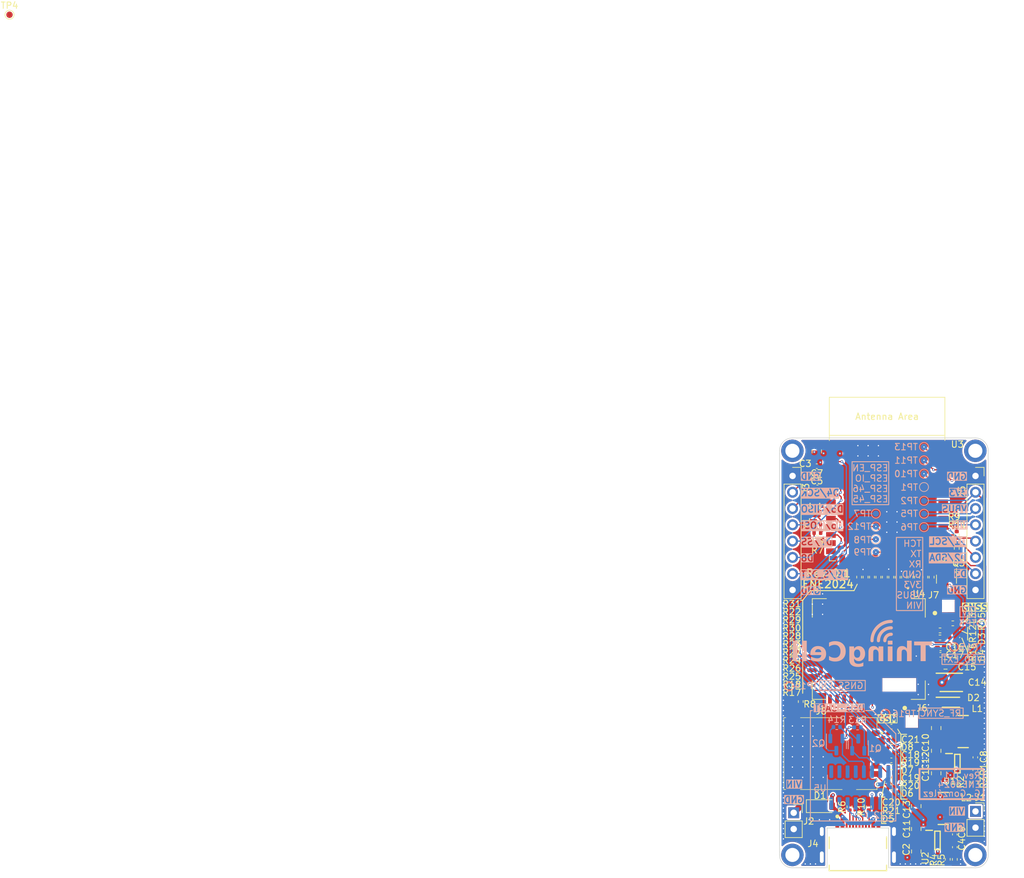
<source format=kicad_pcb>
(kicad_pcb (version 20221018) (generator pcbnew)
  (layers (0 "F.Cu" signal) (1 "In1.Cu" signal) (2 "In2.Cu" signal) (31 "B.Cu" signal) (34 "B.Paste" user) (35 "F.Paste" user) (36 "B.SilkS" user "B.Silkscreen") (37 "F.SilkS" user "F.Silkscreen") (38 "B.Mask" user) (39 "F.Mask" user) (44 "Edge.Cuts" user))
  (net 0 "")
  (net 1 "/VIN")
  (net 2 "GND")
  (net 3 "+3V3")
  (net 4 "Net-(U2-EN)")
  (net 5 "Net-(U3-GPIO15{slash}U0RTS{slash}ADC2_CH4{slash}XTAL_32K_P)")
  (net 6 "Net-(U3-GPIO16{slash}U0CTS{slash}ADC2_CH5{slash}XTAL_32K_N)")
  (net 7 "Net-(U1-BST)")
  (net 8 "Net-(U1-SW)")
  (net 9 "Net-(U2-BST)")
  (net 10 "Net-(U2-SW)")
  (net 11 "+4V")
  (net 12 "/SIM_RST")
  (net 13 "/SIM_CLK")
  (net 14 "/SIM_DATA")
  (net 15 "/SIM_VDD")
  (net 16 "VBUS")
  (net 17 "Net-(D3-A)")
  (net 18 "Net-(D4-A)")
  (net 19 "Net-(D5-A2)")
  (net 20 "Net-(D6-A2)")
  (net 21 "Net-(D7-A2)")
  (net 26 "/D4{slash}SCK")
  (net 27 "/D5{slash}MISO")
  (net 28 "/D6{slash}MOSI")
  (net 29 "/D7{slash}SS")
  (net 30 "/D8")
  (net 31 "/D9{slash}S_DET")
  (net 32 "Net-(J4-CC1)")
  (net 33 "/D+")
  (net 34 "/D-")
  (net 36 "+5V")
  (net 37 "Net-(J4-CC2)")
  (net 39 "/D1{slash}SCL")
  (net 40 "/D2{slash}SDA")
  (net 41 "/D3")
  (net 42 "Net-(J7-In)")
  (net 43 "Net-(J6-In)")
  (net 45 "Net-(L3-Pad2)")
  (net 46 "Net-(Q1-Pad1)")
  (net 47 "Net-(U5-~{RTS})")
  (net 48 "/ESP_EN")
  (net 49 "Net-(Q2-Pad1)")
  (net 50 "Net-(U5-~{DTR})")
  (net 51 "/ESP_IO0")
  (net 52 "Net-(Q3-Pad1)")
  (net 53 "/PWRKEY")
  (net 54 "/DCDC_EN")
  (net 55 "Net-(U1-FB)")
  (net 56 "Net-(U2-FB)")
  (net 57 "Net-(U3-GPIO18{slash}U1RXD{slash}ADC2_CH7{slash}DAC_2{slash}CLK_OUT3)")
  (net 58 "/GNSS_EN")
  (net 59 "Net-(U4-GNSS_EN)")
  (net 60 "Net-(U4-STATUS)")
  (net 61 "Net-(U4-NETLIGHT)")
  (net 62 "/PK_CTL")
  (net 63 "/GSM_DTR")
  (net 64 "/GSM_RTS")
  (net 65 "/GSM_RXD")
  (net 66 "/GSM_TXD")
  (net 67 "/ESP_RXD")
  (net 68 "/ESP_TXD")
  (net 69 "/ESP_RTS")
  (net 70 "/GSM_CTS")
  (net 71 "/ESP_CTS")
  (net 72 "/ESP_IO32")
  (net 73 "/GSM_DCD")
  (net 74 "/ESP_IO33")
  (net 75 "/GSM_RI")
  (net 76 "/ESP_IO34")
  (net 77 "Net-(U3-GPIO46)")
  (net 78 "Net-(U3-GPIO45)")
  (net 79 "/ESP_RX0")
  (net 80 "/ESP_TX0")
  (net 81 "Net-(U3-GPIO1{slash}TOUCH1{slash}ADC1_CH0)")
  (net 82 "Net-(U4-VDD_EXT)")
  (net 83 "Net-(U4-RF_SYNC)")
  (net 96 "/GPS_RX")
  (net 97 "/GPS_TX")
  (net 120 "Net-(U5-V3)")
  (footprint "LED_SMD:LED_0402_1005Metric" (layer "F.Cu") (at 147.995 96.99 180)
    (fp_text reference "D3")
    (fp_text value "LED")
  )
  (footprint "Capacitor_SMD:C_0805_2012Metric" (layer "F.Cu") (at 142.3 124.39 90)
    (fp_text reference "C13")
    (fp_text value "22u")
  )
  (footprint "Capacitor_SMD:C_0402_1005Metric" (layer "F.Cu") (at 138.42 114.098)
    (fp_text reference "C18")
    (fp_text value "22p")
  )
  (footprint "Resistor_SMD:R_0402_1005Metric" (layer "F.Cu") (at 124.3 108.09 -90)
    (fp_text reference "R8")
    (fp_text value "1k")
  )
  (footprint "Resistor_SMD:R_0402_1005Metric" (layer "F.Cu") (at 151.5 120.69 -90)
    (fp_text reference "R3")
    (fp_text value "10k")
  )
  (footprint "Resistor_SMD:R_0402_1005Metric" (layer "F.Cu") (at 151.5 118.7 -90)
    (fp_text reference "R1")
    (fp_text value "10k")
  )
  (footprint "guille-lib:SC32S7PF20PPM" (layer "F.Cu") (at 126.5 77.6 -90)
    (fp_text reference "Y1")
    (fp_text value "32.768k" hide)
  )
  (footprint "Resistor_SMD:R_0402_1005Metric" (layer "F.Cu") (at 150.4 120.68 90)
    (fp_text reference "R2")
    (fp_text value "40k")
  )
  (footprint "Resistor_SMD:R_0402_1005Metric" (layer "F.Cu") (at 145.99 98.1)
    (fp_text reference "R16")
    (fp_text value "1k")
  )
  (footprint "Diode_SMD:D_0402_1005Metric" (layer "F.Cu") (at 138.44 122.504 180)
    (fp_text reference "D5")
    (fp_text value "D_TVS")
  )
  (footprint "Capacitor_SMD:C_0805_2012Metric" (layer "F.Cu") (at 142.3 131.46 90)
    (fp_text reference "C2")
    (fp_text value "10u")
  )
  (footprint "Resistor_SMD:R_0402_1005Metric" (layer "F.Cu") (at 143.7 88.69 -90)
    (fp_text reference "R18")
    (fp_text value "10k")
  )
  (footprint "LED_SMD:LED_0402_1005Metric" (layer "F.Cu") (at 147.975 98.1 180)
    (fp_text reference "D4")
    (fp_text value "LED")
  )
  (footprint "Connector_PinSocket_2.54mm:PinSocket_1x02_P2.54mm_Vertical" (layer "F.Cu") (at 151.525 125.21)
    (fp_text reference "J1")
    (fp_text value "Conn_01x02_Pin")
  )
  (footprint "Capacitor_SMD:C_0402_1005Metric" (layer "F.Cu") (at 148.3 130.79 -90)
    (fp_text reference "C4")
    (fp_text value "NC")
  )
  (footprint "Resistor_SMD:R_0402_1005Metric" (layer "F.Cu") (at 144.69 88.7 -90)
    (fp_text reference "R17")
    (fp_text value "1k")
  )
  (footprint "guille-lib:SIM868" (layer "F.Cu") (at 134.9 99.9 -90)
    (fp_text reference "U4")
    (fp_text value "SIM868")
  )
  (footprint "MountingHole:MountingHole_2.2mm_M2_ISO7380_Pad" (layer "F.Cu") (at 123 132)
    (fp_text reference "H3" hide)
    (fp_text value "MountingHole_Pad")
  )
  (footprint "Resistor_SMD:R_0402_1005Metric" (layer "F.Cu") (at 147.2 132.68 90)
    (fp_text reference "R4")
    (fp_text value "31k6")
  )
  (footprint "Resistor_SMD:R_0402_1005Metric" (layer "F.Cu") (at 131.9 124.5 90)
    (fp_text reference "R6")
    (fp_text value "5k1")
  )
  (footprint "Diode_SMD:D_0402_1005Metric" (layer "F.Cu") (at 138.44 116.202 180)
    (fp_text reference "D7")
    (fp_text value "D_TVS")
  )
  (footprint "Resistor_SMD:R_0402_1005Metric" (layer "F.Cu") (at 137.4 88.69 90)
    (fp_text reference "R28")
    (fp_text value "1k")
  )
  (footprint "Capacitor_SMD:C_0805_2012Metric" (layer "F.Cu") (at 145.4 112.22 90)
    (fp_text reference "C10")
    (fp_text value "22u")
  )
  (footprint "Resistor_SMD:R_0402_1005Metric" (layer "F.Cu") (at 133.4 88.69 90)
    (fp_text reference "R31")
    (fp_text value "1k")
  )
  (footprint "Inductor_SMD:L_0402_1005Metric" (layer "F.Cu") (at 146.015 95.9)
    (fp_text reference "L3")
    (fp_text value "27n")
  )
  (footprint "guille-lib:CAPPM3528X210N" (layer "F.Cu") (at 147.75 105.1)
    (fp_text reference "C14")
    (fp_text value "100u_tant" hide)
  )
  (footprint "Capacitor_SMD:C_0402_1005Metric" (layer "F.Cu") (at 138.42 120.4)
    (fp_text reference "C20")
    (fp_text value "22p")
  )
  (footprint "guille-lib:SRN5020TA3R3M" (layer "F.Cu") (at 149.6 112.77 -90)
    (fp_text reference "L1")
    (fp_text value "3u3" hide)
  )
  (footprint "Capacitor_SMD:C_0805_2012Metric" (layer "F.Cu") (at 142.3 127.955 -90)
    (fp_text reference "C11")
    (fp_text value "22u")
  )
  (footprint "TestPoint:TestPoint_Pad_D1.0mm" (layer "F.Cu") (at 1.025 1.025)
    (fp_text reference "TP4")
    (fp_text value "5V")
  )
  (footprint "MountingHole:MountingHole_2.2mm_M2_ISO7380_Pad" (layer "F.Cu") (at 123 69)
    (fp_text reference "H1" hide)
    (fp_text value "MountingHole_Pad")
  )
  (footprint "Resistor_SMD:R_0402_1005Metric" (layer "F.Cu") (at 135.4 88.69 90)
    (fp_text reference "R29")
    (fp_text value "1k")
  )
  (footprint "Resistor_SMD:R_0402_1005Metric" (layer "F.Cu") (at 148.3 132.69 -90)
    (fp_text reference "R5")
    (fp_text value "10k")
  )
  (footprint "guille-lib:SRN5020TA3R3M" (layer "F.Cu") (at 146.51 124.755668 -90)
    (fp_text reference "L2")
    (fp_text value "3u3" hide)
  )
  (footprint "Package_TO_SOT_SMD:SOT-23" (layer "F.Cu") (at 147 89.01 -90)
    (fp_text reference "Q3")
    (fp_text value "PMBT3904235")
  )
  (footprint "Capacitor_SMD:C_0402_1005Metric" (layer "F.Cu") (at 126.9 80.5)
    (fp_text reference "C6")
    (fp_text value "12p")
  )
  (footprint "Connector_PinSocket_2.54mm:PinSocket_1x08_P2.54mm_Vertical" (layer "F.Cu") (at 123.025 72.92)
    (fp_text reference "J3")
    (fp_text value "Conn_01x08_Pin")
  )
  (footprint "Capacitor_SMD:C_0402_1005Metric" (layer "F.Cu") (at 126.9 74.7)
    (fp_text reference "C5")
    (fp_text value "12p")
  )
  (footprint "guille-lib:SIM8060601400A" (layer "F.Cu") (at 128.65 116.2 -90)
    (fp_text reference "J8")
    (fp_text value "SIM8060-6-0-14-00-A" hide)
  )
  (footprint "Connector_PinSocket_2.54mm:PinSocket_1x02_P2.54mm_Vertical" (layer "F.Cu") (at 123.2 125.425)
    (fp_text reference "J2")
    (fp_text value "Conn_01x02_Pin")
  )
  (footprint "Resistor_SMD:R_0402_1005Metric" (layer "F.Cu") (at 140.4 88.7 -90)
    (fp_text reference "R24")
    (fp_text value "5.6k")
  )
  (footprint "Capacitor_SMD:C_0402_1005Metric" (layer "F.Cu") (at 138.42 112.004)
    (fp_text reference "C21")
    (fp_text value "100n")
  )
  (footprint "Resistor_SMD:R_0402_1005Metric" (layer "F.Cu") (at 134.9 124.5 90)
    (fp_text reference "R10")
    (fp_text value "5k1")
  )
  (footprint "guille-lib:USB4510031A" (layer "F.Cu") (at 133.2 131.2)
    (fp_text reference "J4")
    (fp_text value "USB4510-03-1-A" hide)
    (fp_line (start -4.8 -3.4) (end -4.8 2.8) (stroke (width 0.1)) (layer "Edge.Cuts"))
    (fp_line (start -4.8 -3.4) (end 4.8 -3.4) (stroke (width 0.1)) (layer "Edge.Cuts"))
    (fp_line (start 4.8 -3.4) (end 4.8 2.8) (stroke (width 0.1)) (layer "Edge.Cuts"))
  )
  (footprint "Resistor_SMD:R_0402_1005Metric" (layer "F.Cu") (at 148.6 82.1 -90)
    (fp_text reference "R9")
    (fp_text value "NC")
  )
  (footprint "guille-lib:U.FL_CONNECTOR" (layer "F.Cu") (at 147.3 93.2 90)
    (fp_text reference "J7")
    (fp_text value "GNSS_ANT")
  )
  (footprint "MountingHole:MountingHole_2.2mm_M2_ISO7380_Pad" (layer "F.Cu") (at 151.5 132)
    (fp_text reference "H4" hide)
    (fp_text value "MountingHole_Pad")
  )
  (footprint "PCM_Espressif:ESP32-S2-SOLO" (layer "F.Cu") (at 137.75 76.41)
    (fp_text reference "U3")
    (fp_text value "ESP32-S2-SOLO")
  )
  (footprint "Resistor_SMD:R_0402_1005Metric" (layer "F.Cu") (at 142.4 88.7 90)
    (fp_text reference "R25")
    (fp_text value "1k")
  )
  (footprint "Capacitor_SMD:C_0402_1005Metric" (layer "F.Cu") (at 126.8 71.4 180)
    (fp_text reference "C7")
    (fp_text value "100n")
  )
  (footprint "guille-lib:SOT95P280X100-6N" (layer "F.Cu") (at 145.6 129.74)
    (fp_text reference "U2")
    (fp_text value "AP62301WU-7" hide)
  )
  (footprint "Connector_PinSocket_2.54mm:PinSocket_1x08_P2.54mm_Vertical" (layer "F.Cu") (at 151.525 72.92)
    (fp_text reference "J5")
    (fp_text value "Conn_01x08_Pin")
  )
  (footprint "Resistor_SMD:R_0402_1005Metric" (layer "F.Cu") (at 134.4 88.69 -90)
    (fp_text reference "R22")
    (fp_text value "5.6k")
  )
  (footprint "Resistor_SMD:R_0402_1005Metric" (layer "F.Cu") (at 138.4 88.7 -90)
    (fp_text reference "R23")
    (fp_text value "5.6k")
  )
  (footprint "Resistor_SMD:R_0402_1005Metric" (layer "F.Cu") (at 139.4 88.71 90)
    (fp_text reference "R27")
    (fp_text value "1k")
  )
  (footprint "guille-lib:SOD3716X145N" (layer "F.Cu") (at 147.7 108.2)
    (fp_text reference "D2")
    (fp_text value "BZT52C5V1-7-F" hide)
  )
  (footprint "Resistor_SMD:R_0402_1005Metric" (layer "F.Cu") (at 136.4 88.7 90)
    (fp_text reference "R30")
    (fp_text value "1k")
  )
  (footprint "Capacitor_SMD:C_0805_2012Metric" (layer "F.Cu") (at 145.4 119.27 90)
    (fp_text reference "C1")
    (fp_text value "10u")
  )
  (footprint "Resistor_SMD:R_0402_1005Metric" (layer "F.Cu") (at 126.89 81.8)
    (fp_text reference "R7")
    (fp_text value "10k")
  )
  (footprint "guille-lib:U.FL_CONNECTOR" (layer "F.Cu") (at 141.6 111.2)
    (fp_text reference "J6")
    (fp_text value "GSM_ANT")
  )
  (footprint "Capacitor_SMD:C_0402_1005Metric" (layer "F.Cu") (at 148.3 128.8 90)
    (fp_text reference "C9")
    (fp_text value "100n")
  )
  (footprint "Resistor_SMD:R_0402_1005Metric" (layer "F.Cu") (at 138.44 118.296 180)
    (fp_text reference "R20")
    (fp_text value "51")
  )
  (footprint "Resistor_SMD:R_0402_1005Metric" (layer "F.Cu") (at 147.99 95.9)
    (fp_text reference "R15")
    (fp_text value "10")
  )
  (footprint "Resistor_SMD:R_0402_1005Metric" (layer "F.Cu") (at 141.4 88.7 90)
    (fp_text reference "R26")
    (fp_text value "1k")
  )
  (footprint "Capacitor_SMD:C_0402_1005Metric" (layer "F.Cu") (at 146.08 99.8)
    (fp_text reference "C16")
    (fp_text value "33p")
  )
  (footprint "Resistor_SMD:R_0402_1005Metric" (layer "F.Cu") (at 138.44 121.447 180)
    (fp_text reference "R21")
    (fp_text value "51")
  )
  (footprint "Resistor_SMD:R_0402_1005Metric" (layer "F.Cu") (at 148.6 84.21 90)
    (fp_text reference "R11")
    (fp_text value "NC")
  )
  (footprint "Diode_SMD:D_0402_1005Metric" (layer "F.Cu") (at 138.44 119.353 180)
    (fp_text reference "D6")
    (fp_text value "D_TVS")
  )
  (footprint "Capacitor_SMD:C_0402_1005Metric" (layer "F.Cu") (at 151.5 116.79 90)
    (fp_text reference "C8")
    (fp_text value "100n")
  )
  (footprint "Resistor_SMD:R_0402_1005Metric" (layer "F.Cu") (at 146 97)
    (fp_text reference "R12")
    (fp_text value "1k")
  )
  (footprint "Diode_SMD:D_SOD-123" (layer "F.Cu") (at 127.525 124.4)
    (fp_text reference "D1")
    (fp_text value "1N4448W-7-F")
  )
  (footprint "Capacitor_SMD:C_0805_2012Metric" (layer "F.Cu") (at 145.4 115.77 -90)
    (fp_text reference "C12")
    (fp_text value "22u")
  )
  (footprint "MountingHole:MountingHole_2.2mm_M2_ISO7380_Pad" (layer "F.Cu") (at 151.5 69)
    (fp_text reference "H2" hide)
    (fp_text value "MountingHole_Pad")
  )
  (footprint "Resistor_SMD:R_0402_1005Metric" (layer "F.Cu") (at 138.44 115.145 180)
    (fp_text reference "R19")
    (fp_text value "51")
  )
  (footprint "Diode_SMD:D_0402_1005Metric" (layer "F.Cu") (at 138.44 113.051 180)
    (fp_text reference "D8")
    (fp_text value "D_TVS")
  )
  (footprint "Capacitor_SMD:C_0805_2012Metric" (layer "F.Cu") (at 146.85 102.3)
    (fp_text reference "C15")
    (fp_text value "10u")
  )
  (footprint "Capacitor_SMD:C_0402_1005Metric" (layer "F.Cu") (at 138.42 117.249)
    (fp_text reference "C19")
    (fp_text value "22p")
  )
  (footprint "Capacitor_SMD:C_0402_1005Metric" (layer "F.Cu") (at 146.06 100.8)
    (fp_text reference "C17")
    (fp_text value "10p")
  )
  (footprint "guille-lib:SOT95P280X100-6N" (layer "F.Cu") (at 148.7 117.77)
    (fp_text reference "U1")
    (fp_text value "AP62301WU-7" hide)
  )
  (footprint "Capacitor_SMD:C_0805_2012Metric" (layer "F.Cu") (at 126.8 69.1 90)
    (fp_text reference "C3")
    (fp_text value "22u")
  )
  (footprint "Capacitor_SMD:C_0402_1005Metric" (layer "B.Cu") (at 134.615 125.74)
    (fp_text reference "C22")
    (fp_text value "100n")
  )
  (footprint "Package_SO:SOIC-16_3.9x9.9mm_P1.27mm" (layer "B.Cu") (at 133.5 121.5 90)
    (fp_text reference "U5")
    (fp_text value "CH340C")
  )
  (footprint "TestPoint:TestPoint_Pad_D1.0mm" (layer "B.Cu") (at 143.5 80.9 180)
    (fp_text reference "TP6")
    (fp_text value "VIN")
  )
  (footprint "TestPoint:TestPoint_Pad_D1.0mm" (layer "B.Cu") (at 143.5 72.566666 180)
    (fp_text reference "TP10")
    (fp_text value "ESP_RX")
  )
  (footprint "TestPoint:TestPoint_Pad_D1.0mm" (layer "B.Cu") (at 136 78.8 180)
    (fp_text reference "TP7")
    (fp_text value "ESP_EN")
  )
  (footprint "TestPoint:TestPoint_Pad_D1.0mm" (layer "B.Cu") (at 136 80.8 180)
    (fp_text reference "TP12")
    (fp_text value "ESP_IO0")
  )
  (footprint "TestPoint:TestPoint_Pad_D1.0mm" (layer "B.Cu") (at 143.5 76.8 180)
    (fp_text reference "TP2")
    (fp_text value "3V3")
  )
  (footprint "TestPoint:TestPoint_Pad_D1.0mm" (layer "B.Cu") (at 136 82.8 180)
    (fp_text reference "TP8")
    (fp_text value "ESP_IO46")
  )
  (footprint "Resistor_SMD:R_0402_1005Metric" (layer "B.Cu") (at 129.91 112.0625)
    (fp_text reference "R14")
    (fp_text value "10k")
  )
  (footprint "Resistor_SMD:R_0402_1005Metric" (layer "B.Cu") (at 133.15 112.1125 180)
    (fp_text reference "R13")
    (fp_text value "10k")
  )
  (footprint "TestPoint:TestPoint_Pad_D1.0mm" (layer "B.Cu") (at 143.5 68.4 180)
    (fp_text reference "TP13")
    (fp_text value "ESP_TOUCH1")
  )
  (footprint "Package_TO_SOT_SMD:SOT-23" (layer "B.Cu") (at 133.26 114.825 90)
    (fp_text reference "Q1")
    (fp_text value "PMBT3904235")
  )
  (footprint "TestPoint:TestPoint_Pad_D1.0mm" (layer "B.Cu") (at 152.5 95.9 180)
    (fp_text reference "TP3")
    (fp_text value "4V")
  )
  (footprint "TestPoint:TestPoint_Pad_D1.0mm" (layer "B.Cu") (at 143.5 78.816665 180)
    (fp_text reference "TP5")
    (fp_text value "VBUS")
  )
  (footprint "TestPoint:TestPoint_Pad_D1.0mm" (layer "B.Cu") (at 143.5 70.483333 180)
    (fp_text reference "TP11")
    (fp_text value "ESP_TX")
  )
  (footprint "TestPoint:TestPoint_Pad_D1.0mm" (layer "B.Cu") (at 122.5 105.7 180)
    (fp_text reference "TP14")
    (fp_text value "GNSS_EN")
  )
  (footprint "TestPoint:TestPoint_Pad_D1.0mm" (layer "B.Cu") (at 137.5 110 180)
    (fp_text reference "TP16")
    (fp_text value "RF_SYNC")
  )
  (footprint "TestPoint:TestPoint_Pad_D1.0mm" (layer "B.Cu") (at 143.5 74.649999 180)
    (fp_text reference "TP1")
    (fp_text value "GND")
  )
  (footprint "Package_TO_SOT_SMD:SOT-23" (layer "B.Cu") (at 129.85 114.8 -90)
    (fp_text reference "Q2")
    (fp_text value "PMBT3904235")
  )
  (footprint "TestPoint:TestPoint_Pad_D1.0mm" (layer "B.Cu") (at 136 84.8 180)
    (fp_text reference "TP9")
    (fp_text value "ESP_IO45")
  )
  (footprint "TestPoint:TestPoint_Pad_D1.0mm" (layer "B.Cu") (at 148.2 99.6 180)
    (fp_text reference "TP15")
    (fp_text value "VDD_EXT")
  )
  (gr_rect (start 142.8 118.6) (end 152.8 123.3) (stroke (width 0.3)) (fill none) (layer "B.SilkS"))
  (gr_arc (start 137.4 98.6) (mid 137.692893 97.892893) (end 138.4 97.6) (stroke (width 0.5)) (layer "B.SilkS"))
  (gr_arc (start 136.4 98.6) (mid 136.985786 97.185786) (end 138.4 96.6) (stroke (width 0.5)) (layer "B.SilkS"))
  (gr_line (start 125.8 109.5) (end 125.8 126.7) (stroke (width 0.15)) (layer "B.SilkS"))
  (gr_line (start 135.5 109.5) (end 134.4 109.5) (stroke (width 0.15)) (layer "B.SilkS"))
  (gr_rect (start 139.2 82.5) (end 143.3 93.9) (stroke (width 0.15)) (fill none) (layer "B.SilkS"))
  (gr_line (start 139.1 113.1) (end 135.5 109.5) (stroke (width 0.15)) (layer "B.SilkS"))
  (gr_rect (start 142.7 109.1) (end 149.6 110.7) (stroke (width 0.15)) (fill none) (layer "B.SilkS"))
  (gr_rect (start 132.3 70.7) (end 138 77.4) (stroke (width 0.15)) (fill none) (layer "B.SilkS"))
  (gr_rect (start 146.3 100.7) (end 152.9 102.3) (stroke (width 0.15)) (fill none) (layer "B.SilkS"))
  (gr_rect (start 149.1 93.3) (end 151.5 94.9) (stroke (width 0.15)) (fill none) (layer "B.SilkS"))
  (gr_arc (start 135.4 98.6) (mid 136.27868 96.47868) (end 138.4 95.6) (stroke (width 0.5)) (layer "B.SilkS"))
  (gr_line (start 139.1 126.7) (end 139.1 113.1) (stroke (width 0.15)) (layer "B.SilkS"))
  (gr_line (start 125.8 126.7) (end 139.1 126.7) (stroke (width 0.15)) (layer "B.SilkS"))
  (gr_line (start 126.1 109.5) (end 125.8 109.5) (stroke (width 0.15)) (layer "B.SilkS"))
  (gr_rect (start 127.25 104.8) (end 134.35 106.4) (stroke (width 0.15)) (fill none) (layer "B.SilkS"))
  (gr_line (start 136.9 127.1) (end 136.9 123) (stroke (width 0.15)) (layer "F.SilkS"))
  (gr_line (start 139.9 113.2) (end 139.4 112.4) (stroke (width 0.15)) (layer "F.SilkS"))
  (gr_line (start 132.6 90.8) (end 133.1 89.8) (stroke (width 0.15)) (layer "F.SilkS"))
  (gr_line (start 150.3 98.5) (end 150.3 96.5) (stroke (width 0.15)) (layer "F.SilkS"))
  (gr_line (start 136.9 123) (end 137.4 120.5) (stroke (width 0.15)) (layer "F.SilkS"))
  (gr_line (start 150.3 97.5) (end 149.4 97.1) (stroke (width 0.15)) (layer "F.SilkS"))
  (gr_line (start 137.6 127.1) (end 136.9 127.1) (stroke (width 0.15)) (layer "F.SilkS"))
  (gr_line (start 125.8 90.8) (end 132.6 90.8) (stroke (width 0.15)) (layer "F.SilkS"))
  (gr_line (start 139.9 113.2) (end 140.8 113.2) (stroke (width 0.15)) (layer "F.SilkS"))
  (gr_line (start 137.4 123) (end 136.9 123) (stroke (width 0.15)) (layer "F.SilkS"))
  (gr_line (start 139.9 123.3) (end 140.9 123.3) (stroke (width 0.15)) (layer "F.SilkS"))
  (gr_line (start 136.9 123) (end 137.4 123) (stroke (width 0.15)) (layer "F.SilkS"))
  (gr_line (start 124.6 92.3) (end 125.8 90.8) (stroke (width 0.15)) (layer "F.SilkS"))
  (gr_line (start 150.3 95.1) (end 149.4 95.9) (stroke (width 0.15)) (layer "F.SilkS"))
  (gr_line (start 139.9 123.3) (end 139.9 113.2) (stroke (width 0.15)) (layer "F.SilkS"))
  (gr_line (start 124.6 106.8) (end 124.6 92.3) (stroke (width 0.15)) (layer "F.SilkS"))
  (gr_line (start 150.3 99.4) (end 150.3 101.3) (stroke (width 0.15)) (layer "F.SilkS"))
  (gr_line (start 124.6 92.3) (end 124.3 92.3) (stroke (width 0.15)) (layer "F.SilkS"))
  (gr_line (start 150.3 100.35) (end 149.4 98.2) (stroke (width 0.15)) (layer "F.SilkS"))
  (gr_line (start 150.3 95.6) (end 150.3 94.6) (stroke (width 0.15)) (layer "F.SilkS"))
  (gr_arc locked (start 151.5 67) (mid 152.914214 67.585786) (end 153.5 69) (stroke (width 0.1)) (layer "Edge.Cuts"))
  (gr_line locked (start 138 134) (end 151.5 134) (stroke (width 0.1)) (layer "Edge.Cuts"))
  (gr_line locked (start 121 69) (end 121 132) (stroke (width 0.1)) (layer "Edge.Cuts"))
  (gr_line locked (start 151.5 67) (end 123 67) (stroke (width 0.1)) (layer "Edge.Cuts"))
  (gr_arc locked (start 153.5 132) (mid 152.914214 133.414214) (end 151.5 134) (stroke (width 0.1)) (layer "Edge.Cuts"))
  (gr_line (start 123 134) (end 128.4 134) (stroke (width 0.1)) (layer "Edge.Cuts"))
  (gr_arc locked (start 121 69) (mid 121.585786 67.585786) (end 123 67) (stroke (width 0.1)) (layer "Edge.Cuts"))
  (gr_arc (start 123 134) (mid 121.585786 133.414214) (end 121 132) (stroke (width 0.1)) (layer "Edge.Cuts"))
  (gr_line locked (start 153.5 132) (end 153.5 69) (stroke (width 0.1)) (layer "Edge.Cuts"))
  (gr_text "D8" (at 124.2 86.314285) (layer "B.SilkS" knockout) (effects (font (size 1 1) (thickness 0.2) bold) (justify right bottom mirror)))
  (gr_text "ThingCell" (at 144.8 102.3) (layer "B.SilkS") (effects (font (size 3 3) (thickness 0.5) bold) (justify left bottom mirror)))
  (gr_text "GND" (at 124.2 73.6) (layer "B.SilkS" knockout) (effects (font (size 1 1) (thickness 0.2) bold) (justify right bottom mirror)))
  (gr_text "Rev 0.1" (at 152.4 120.2) (layer "B.SilkS") (effects (font (size 1 1)) (justify left bottom mirror)))
  (gr_text "G. González" (at 152.4 123) (layer "B.SilkS") (effects (font (size 1 1)) (justify left bottom mirror)))
  (gr_text "ESP_EN\nESP_IO\nESP_46\nESP_45" (at 138 77.1) (layer "B.SilkS") (effects (font (size 1 1)) (justify left bottom mirror)))
  (gr_text "4V" (at 151.3 94.8) (layer "B.SilkS") (effects (font (size 1 1)) (justify left bottom mirror)))
  (gr_text "VIN" (at 121.9 121.6) (layer "B.SilkS" knockout) (effects (font (size 1 1) (thickness 0.2) bold) (justify right bottom mirror)))
  (gr_text "USB-UART" (at 134.4 109.7) (layer "B.SilkS" knockout) (effects (font (size 1 1)) (justify left bottom mirror)))
  (gr_text "D1/SCL" (at 150.3 83.714284) (layer "B.SilkS" knockout) (effects (font (size 1 1) (thickness 0.2) bold) (justify left bottom mirror)))
  (gr_text "GND" (at 149.9 128.328571) (layer "B.SilkS" knockout) (effects (font (size 1 1) (thickness 0.2) bold) (justify left bottom mirror)))
  (gr_text "RF_SYNC" (at 149.4 110.5) (layer "B.SilkS") (effects (font (size 1 1)) (justify left bottom mirror)))
  (gr_text "GND" (at 121.6 124) (layer "B.SilkS" knockout) (effects (font (size 1 1) (thickness 0.2) bold) (justify right bottom mirror)))
  (gr_text "D5/MISO" (at 124.2 78.685714) (layer "B.SilkS" knockout) (effects (font (size 1 1) (thickness 0.2) bold) (justify right bottom mirror)))
  (gr_text "GND" (at 124.2 91.399999) (layer "B.SilkS" knockout) (effects (font (size 1 1) (thickness 0.2) bold) (justify right bottom mirror)))
  (gr_text "VIN" (at 149.9 125.8) (layer "B.SilkS" knockout) (effects (font (size 1 1) (thickness 0.2) bold) (justify left bottom mirror)))
  (gr_text "VDD_EXT" (at 152.7 102.1) (layer "B.SilkS") (effects (font (size 1 1)) (justify left bottom mirror)))
  (gr_text "D7/SS" (at 124.2 83.771428) (layer "B.SilkS" knockout) (effects (font (size 1 1) (thickness 0.2) bold) (justify right bottom mirror)))
  (gr_text "D6/MOSI" (at 124.2 81.228571) (layer "B.SilkS" knockout) (effects (font (size 1 1) (thickness 0.2) bold) (justify right bottom mirror)))
  (gr_text "D3" (at 150.3 88.771426) (layer "B.SilkS" knockout) (effects (font (size 1 1) (thickness 0.2) bold) (justify left bottom mirror)))
  (gr_text "GND" (at 150.3 91.299997) (layer "B.SilkS" knockout) (effects (font (size 1 1) (thickness 0.2) bold) (justify left bottom mirror)))
  (gr_text "VIN" (at 150.3 81.185713) (layer "B.SilkS" knockout) (effects (font (size 1 1) (thickness 0.2) bold) (justify left bottom mirror)))
  (gr_text "TCH\nTX\nRX\nGND\n3V3\nVBUS\nVIN" (at 143.2 93.7) (layer "B.SilkS") (effects (font (size 1 1)) (justify left bottom mirror)))
  (gr_text "3V3" (at 150.3 76.128571) (layer "B.SilkS" knockout) (effects (font (size 1 1) (thickness 0.2) bold) (justify left bottom mirror)))
  (gr_text "GND" (at 150.3 73.6) (layer "B.SilkS" knockout) (effects (font (size 1 1) (thickness 0.2) bold) (justify left bottom mirror)))
  (gr_text "GNSS_EN" (at 134.15 106.2) (layer "B.SilkS") (effects (font (size 1 1)) (justify left bottom mirror)))
  (gr_text "ENE2024" (at 152.4 121.6) (layer "B.SilkS") (effects (font (size 1 1)) (justify left bottom mirror)))
  (gr_text "VBUS" (at 150.3 78.657142) (layer "B.SilkS" knockout) (effects (font (size 1 1) (thickness 0.2) bold) (justify left bottom mirror)))
  (gr_text "D9/S_DET" (at 124.2 88.857142) (layer "B.SilkS" knockout) (effects (font (size 1 1) (thickness 0.2) bold) (justify right bottom mirror)))
  (gr_text "D4/SCK" (at 124.2 76.142857) (layer "B.SilkS" knockout) (effects (font (size 1 1) (thickness 0.2) bold) (justify right bottom mirror)))
  (gr_text "D2/SDA" (at 150.3 86.242855) (layer "B.SilkS" knockout) (effects (font (size 1 1) (thickness 0.2) bold) (justify left bottom mirror)))
  (gr_text "GNSS" (at 149.3 94) (layer "F.SilkS" knockout) (effects (font (size 1 1) (thickness 0.2) bold) (justify left bottom)))
  (gr_text "ENE2024" (at 124.4 90.5) (layer "F.SilkS") (effects (font (size 1.2 1.2) (thickness 0.2) bold) (justify left bottom)))
  (gr_text "Rev 0.1" (at 125 88.8) (layer "F.SilkS") (effects (font (size 1.2 1.2) (thickness 0.2) bold) (justify left bottom)))
  (gr_text "GSM" (at 136.17 111.405) (layer "F.SilkS" knockout) (effects (font (size 1 1) (thickness 0.2) bold) (justify left bottom)))
  (segment (start 123.2 125.425) (end 124.225 124.4) (width 1) (layer "F.Cu") (net 1))
  (segment (start 142.3 132.41) (end 142.58 132.41) (width 0.6) (layer "F.Cu") (net 1))
  (segment (start 124.225 124.4) (end 125.875 124.4) (width 1) (layer "F.Cu") (net 1))
  (segment (start 142.29 132.4) (end 142.3 132.41) (width 1) (layer "F.Cu") (net 1))
  (via (at 148.5 118.7) (size 0.4) (drill 0.2) (layers "F.Cu" "B.Cu") (net 1))
  (via (at 147.6 119.55) (size 0.4) (drill 0.2) (layers "F.Cu" "B.Cu") (net 1))
  (via (at 146.75 120.4) (size 0.4) (drill 0.2) (layers "F.Cu" "B.Cu") (net 1))
  (via (at 140.9 132.4) (size 0.4) (drill 0.2) (layers "F.Cu" "B.Cu") (net 1))
  (segment (start 143.86 80.54) (end 151.525 80.54) (width 0.2) (layer "B.Cu") (net 1))
  (segment (start 143.5 80.9) (end 143.86 80.54) (width 0.2) (layer "B.Cu") (net 1))
  (segment (start 134.35 108.55) (end 135.9 110.1) (width 0.2) (layer "F.Cu") (net 2))
  (segment (start 134.35 107.75) (end 134.35 108.55) (width 0.2) (layer "F.Cu") (net 2))
  (segment (start 138.4 87.85) (end 138 87.45) (width 0.2) (layer "F.Cu") (net 2))
  (segment (start 143.7 101) (end 142.3 101) (width 0.2) (layer "F.Cu") (net 2))
  (segment (start 147.3 91.7) (end 148.507108 91.7) (width 1) (layer "F.Cu") (net 2))
  (segment (start 126.42 74.7) (end 126.2 74.7) (width 0.2) (layer "F.Cu") (net 2))
  (segment (start 141.8 102.1) (end 143.7 102.1) (width 0.2) (layer "F.Cu") (net 2))
  (segment (start 134.4 87.9) (end 134 87.5) (width 0.2) (layer "F.Cu") (net 2))
  (segment (start 141.2 98.5) (end 141.2 97.1) (width 0.2) (layer "F.Cu") (net 2))
  (segment (start 142.782108 112.725) (end 143.1 112.407108) (width 1) (layer "F.Cu") (net 2))
  (segment (start 138.4 88.19) (end 138.4 87.85) (width 0.2) (layer "F.Cu") (net 2))
  (segment (start 138.95 120.45) (end 138.9 120.4) (width 0.2) (layer "F.Cu") (net 2))
  (segment (start 148.825 92.017892) (end 148.825 93.2) (width 1) (layer "F.Cu") (net 2))
  (segment (start 146.54 100.8) (end 147.2 100.8) (width 0.2) (layer "F.Cu") (net 2))
  (segment (start 145.4 111.27) (end 143.17 111.27) (width 1) (layer "F.Cu") (net 2))
  (segment (start 140.417892 112.725) (end 141.6 112.725) (width 1) (layer "F.Cu") (net 2))
  (segment (start 126.2 74.7) (end 125.5 75.4) (width 0.2) (layer "F.Cu") (net 2))
  (segment (start 147.3 94.7) (end 148.507108 94.7) (width 1) (layer "F.Cu") (net 2))
  (segment (start 148.507108 91.7) (end 148.825 92.017892) (width 1) (layer "F.Cu") (net 2))
  (segment (start 140.399116 88.19) (end 140.4 88.19) (width 0.2) (layer "F.Cu") (net 2))
  (segment (start 137 94.55) (end 137 95.7) (width 0.2) (layer "F.Cu") (net 2))
  (segment (start 140.1 111.2) (end 140.1 112.407108) (width 1) (layer "F.Cu") (net 2))
  (segment (start 143.1 112.407108) (end 143.1 111.2) (width 1) (layer "F.Cu") (net 2))
  (segment (start 126.1 102.1) (end 125.6 102.1) (width 0.2) (layer "F.Cu") (net 2))
  (segment (start 138.4 97.1) (end 138.3 97) (width 0.2) (layer "F.Cu") (net 2))
  (segment (start 141.2 97.1) (end 138.4 97.1) (width 0.2) (layer "F.Cu") (net 2))
  (segment (start 140.1 112.407108) (end 140.417892 112.725) (width 1) (layer "F.Cu") (net 2))
  (segment (start 148.825 94.382108) (end 148.825 93.2) (width 1) (layer "F.Cu") (net 2))
  (segment (start 139.992058 87.782942) (end 140.399116 88.19) (width 0.2) (layer "F.Cu") (net 2))
  (segment (start 138.95 117.299) (end 138.9 117.249) (width 0.2) (layer "F.Cu") (net 2))
  (segment (start 148.507108 94.7) (end 148.825 94.382108) (width 1) (layer "F.Cu") (net 2))
  (segment (start 138.95 114.148) (end 138.9 114.098) (width 0.2) (layer "F.Cu") (net 2))
  (segment (start 143.7 101) (end 143.7 102.1) (width 0.2) (layer "F.Cu") (net 2))
  (segment (start 141.6 112.725) (end 142.782108 112.725) (width 1) (layer "F.Cu") (net 2))
  (segment (start 134.4 88.18) (end 134.4 87.9) (width 0.2) (layer "F.Cu") (net 2))
  (segment (start 143.7 88.15) (end 143.1 87.55) (width 0.2) (layer "F.Cu") (net 2))
  (segment (start 137 95.7) (end 138.3 97) (width 0.2) (layer "F.Cu") (net 2))
  (segment (start 141.2 102.7) (end 141.8 102.1) (width 0.2) (layer "F.Cu") (net 2))
  (segment (start 143.17 111.27) (end 143.1 111.2) (width 1) (layer "F.Cu") (net 2))
  (segment (start 143.7 88.18) (end 143.7 88.15) (width 0.2) (layer "F.Cu") (net 2))
  (via (at 152.9 125.9) (size 0.4) (drill 0.2) (layers "F.Cu" "B.Cu") (net 2))
  (via (at 121.6 116.7) (size 0.4) (drill 0.2) (layers "F.Cu" "B.Cu") (net 2))
  (via (at 121.6 111.9) (size 0.4) (drill 0.2) (layers "F.Cu" "B.Cu") (net 2))
  (via (at 138 87.45) (size 0.4) (drill 0.2) (layers "F.Cu" "B.Cu") (net 2))
  (via (at 121.6 108.7) (size 0.4) (drill 0.2) (layers "F.Cu" "B.Cu") (net 2))
  (via (at 123 115.1) (size 0.4) (drill 0.2) (layers "F.Cu" "B.Cu") (net 2))
  (via (at 136.4 68.2) (size 0.4) (drill 0.2) (layers "F.Cu" "B.Cu") (net 2))
  (via (at 124.6 113.5) (size 0.4) (drill 0.2) (layers "F.Cu" "B.Cu") (net 2))
  (via (at 152.9 114.7) (size 0.4) (drill 0.2) (layers "F.Cu" "B.Cu") (net 2))
  (via (at 127.7 92.9) (size 0.4) (drill 0.2) (layers "F.Cu" "B.Cu") (net 2))
  (via (at 121.6 118.3) (size 0.4) (drill 0.2) (layers "F.Cu" "B.Cu") (net 2))
  (via (at 134 87.5) (size 0.4) (drill 0.2) (layers "F.Cu" "B.Cu") (net 2))
  (via (at 125.8 133.4) (size 0.4) (drill 0.2) (layers "F.Cu" "B.Cu") (net 2))
  (via (at 152.9 100.3) (size 0.4) (drill 0.2) (layers "F.Cu" "B.Cu") (net 2))
  (via (at 152.9 108.3) (size 0.4) (drill 0.2) (layers "F.Cu" "B.Cu") (net 2))
  (via (at 152.9 101.1) (size 0.4) (drill 0.2) (layers "F.Cu" "B.Cu") (net 2))
  (via (at 152.9 120.3) (size 0.4) (drill 0.2) (layers "F.Cu" "B.Cu") (net 2))
  (via (at 121.6 127.9) (size 0.4) (drill 0.2) (layers "F.Cu" "B.Cu") (net 2))
  (via (at 152.9 102.7) (size 0.4) (drill 0.2) (layers "F.Cu" "B.Cu") (net 2))
  (via (at 144.2 105.4) (size 0.4) (drill 0.2) (layers "F.Cu" "B.Cu") (net 2))
  (via (at 152.9 119.5) (size 0.4) (drill 0.2) (layers "F.Cu" "B.Cu") (net 2))
  (via (at 138.8 110) (size 0.4) (drill 0.2) (layers "F.Cu" "B.Cu") (net 2))
  (via (at 137.7 78.5) (size 0.4) (drill 0.2) (layers "F.Cu" "B.Cu") (net 2))
  (via (at 133.2 69.8) (size 0.4) (drill 0.2) (layers "F.Cu" "B.Cu") (net 2))
  (via (at 121.6 104.7) (size 0.4) (drill 0.2) (layers "F.Cu" "B.Cu") (net 2))
  (via (at 121.6 126.3) (size 0.4) (drill 0.2) (layers "F.Cu" "B.Cu") (net 2))
  (via (at 121.6 115.9) (size 0.4) (drill 0.2) (layers "F.Cu" "B.Cu") (net 2))
  (via (at 138.8 126.4) (size 0.4) (drill 0.2) (layers "F.Cu" "B.Cu") (net 2))
  (via (at 126.2 118.3) (size 0.4) (drill 0.2) (layers "F.Cu" "B.Cu") (net 2))
  (via (at 121.6 117.5) (size 0.4) (drill 0.2) (layers "F.Cu" "B.Cu") (net 2))
  (via (at 133.2 68.2) (size 0.4) (drill 0.2) (layers "F.Cu" "B.Cu") (net 2))
  (via (at 121.6 121.5) (size 0.4) (drill 0.2) (layers "F.Cu" "B.Cu") (net 2))
  (via (at 121.6 93.5) (size 0.4) (drill 0.2) (layers "F.Cu" "B.Cu") (net 2))
  (via (at 124.6 111.9) (size 0.4) (drill 0.2) (layers "F.Cu" "B.Cu") (net 2))
  (via (at 134.8 69.8) (size 0.4) (drill 0.2) (layers "F.Cu" "B.Cu") (net 2))
  (via (at 152.9 116.3) (size 0.4) (drill 0.2) (layers "F.Cu" "B.Cu") (net 2))
  (via (at 134.8 68.2) (size 0.4) (drill 0.2) (layers "F.Cu" "B.Cu") (net 2))
  (via (at 152.9 109.1) (size 0.4) (drill 0.2) (layers "F.Cu" "B.Cu") (net 2))
  (via (at 125.6 126.5) (size 0.4) (drill 0.2) (layers "F.Cu" "B.Cu") (net 2))
  (via (at 143.1 87.55) (size 0.4) (drill 0.2) (layers "F.Cu" "B.Cu") (net 2))
  (via (at 143.3 116.9) (size 0.4) (drill 0.2) (layers "F.Cu" "B.Cu") (net 2))
  (via (at 121.6 106.3) (size 0.4) (drill 0.2) (layers "F.Cu" "B.Cu") (net 2))
  (via (at 127.2 126.5) (size 0.4) (drill 0.2) (layers "F.Cu" "B.Cu") (net 2))
  (via (at 152.9 126.7) (size 0.4) (drill 0.2) (layers "F.Cu" "B.Cu") (net 2))
  (via (at 121.6 125.5) (size 0.4) (drill 0.2) (layers "F.Cu" "B.Cu") (net 2))
  (via (at 152.9 128.3) (size 0.4) (drill 0.2) (layers "F.Cu" "B.Cu") (net 2))
  (via (at 152.9 110.7) (size 0.4) (drill 0.2) (layers "F.Cu" "B.Cu") (net 2))
  (via (at 143.3 117.5) (size 0.4) (drill 0.2) (layers "F.Cu" "B.Cu") (net 2))
  (via (at 126.2 113.5) (size 0.4) (drill 0.2) (layers "F.Cu" "B.Cu") (net 2))
  (via (at 121.6 119.9) (size 0.4) (drill 0.2) (layers "F.Cu" "B.Cu") (net 2))
  (via (at 127.8 119.9) (size 0.4) (drill 0.2) (layers "F.Cu" "B.Cu") (net 2))
  (via (at 126.2 111.9) (size 0.4) (drill 0.2) (layers "F.Cu" "B.Cu") (net 2))
  (via (at 144.2 107) (size 0.4) (drill 0.2) (layers "F.Cu" "B.Cu") (net 2))
  (via (at 142.2 133.4) (size 0.4) (drill 0.2) (layers "F.Cu" "B.Cu") (net 2))
  (via (at 123 111.9) (size 0.4) (drill 0.2) (layers "F.Cu" "B.Cu") (net 2))
  (via (at 126.6 133.4) (size 0.4) (drill 0.2) (layers "F.Cu" "B.Cu") (net 2))
  (via (at 121.6 122.3) (size 0.4) (drill 0.2) (layers "F.Cu" "B.Cu") (net 2))
  (via (at 143.3 116.3) (size 0.4) (drill 0.2) (layers "F.Cu" "B.Cu") (net 2))
  (via (at 126.1 94.5) (size 0.4) (drill 0.2) (layers "F.Cu" "B.Cu") (net 2))
  (via (at 121.6 128.7) (size 0.4) (drill 0.2) (layers "F.Cu" "B.Cu") (net 2))
  (via (at 121.6 124.7) (size 0.4) (drill 0.2) (layers "F.Cu" "B.Cu") (net 2))
  (via (at 136.4 69.8) (size 0.4) (drill 0.2) (layers "F.Cu" "B.Cu") (net 2))
  (via (at 142.6 108.6) (size 0.4) (drill 0.2) (layers "F.Cu" "B.Cu") (net 2))
  (via (at 121.6 110.3) (size 0.4) (drill 0.2) (layers "F.Cu" "B.Cu") (net 2))
  (via (at 121.6 119.1) (size 0.4) (drill 0.2) (layers "F.Cu" "B.Cu") (net 2))
  (via (at 152.9 118.7) (size 0.4) (drill 0.2) (layers "F.Cu" "B.Cu") (net 2))
  (via (at 139.992058 87.782942) (size 0.4) (drill 0.2) (layers "F.Cu" "B.Cu") (net 2))
  (via (at 123 113.5) (size 0.4) (drill 0.2) (layers "F.Cu" "B.Cu") (net 2))
  (via (at 121.6 129.5) (size 0.4) (drill 0.2) (layers "F.Cu" "B.Cu") (net 2))
  (via (at 121.6 123.9) (size 0.4) (drill 0.2) (layers "F.Cu" "B.Cu") (net 2))
  (via (at 124.6 115.1) (size 0.4) (drill 0.2) (layers "F.Cu" "B.Cu") (net 2))
  (via (at 121.6 115.1) (size 0.4) (drill 0.2) (layers "F.Cu" "B.Cu") (net 2))
  (via (at 140.6 133.4) (size 0.4) (drill 0.2) (layers "F.Cu" "B.Cu") (net 2))
  (via (at 121.6 99.1) (size 0.4) (drill 0.2) (layers "F.Cu" "B.Cu") (net 2))
  (via (at 145.4 133.4) (size 0.4) (drill 0.2) (layers "F.Cu" "B.Cu") (net 2))
  (via (at 139.8 133.4) (size 0.4) (drill 0.2) (layers "F.Cu" "B.Cu") (net 2))
  (via (at 149.2 132.7) (size 0.4) (drill 0.2) (layers "F.Cu" "B.Cu") (net 2))
  (via (at 126.1 91.3) (size 0.4) (drill 0.2) (layers "F.Cu" "B.Cu") (net 2))
  (via (at 152.9 122.7) (size 0.4) (drill 0.2) (layers "F.Cu" "B.Cu") (net 2))
  (via (at 152.9 109.9) (size 0.4) (drill 0.2) (layers "F.Cu" "B.Cu") (net 2))
  (via (at 152.9 117.9) (size 0.4) (drill 0.2) (layers "F.Cu" "B.Cu") (net 2))
  (via (at 138.8 110.6) (size 0.4) (drill 0.2) (layers "F.Cu" "B.Cu") (net 2))
  (via (at 124.6 119.9) (size 0.4) (drill 0.2) (layers "F.Cu" "B.Cu") (net 2))
  (via (at 121.6 94.3) (size 0.4) (drill 0.2) (layers "F.Cu" "B.Cu") (net 2))
  (via (at 121.6 96.7) (size 0.4) (drill 0.2) (layers "F.Cu" "B.Cu") (net 2))
  (via (at 144.6 133.4) (size 0.4) (drill 0.2) (layers "F.Cu" "B.Cu") (net 2))
  (via (at 121.6 120.7) (size 0.4) (drill 0.2) (layers "F.Cu" "B.Cu") (net 2))
  (via (at 121.6 102.3) (size 0.4) (drill 0.2) (layers "F.Cu" "B.Cu") (net 2))
  (via (at 127.7 94.5) (size 0.4) (drill 0.2) (layers "F.Cu" "B.Cu") (net 2))
  (via (at 152.9 125.1) (size 0.4) (drill 0.2) (layers "F.Cu" "B.Cu") (net 2))
  (via (at 152.9 101.9) (size 0.4) (drill 0.2) (layers "F.Cu" "B.Cu") (net 2))
  (via (at 137.7 80.1) (size 0.4) (drill 0.2) (layers "F.Cu" "B.Cu") (net 2))
  (via (at 139.3 80.1) (size 0.4) (drill 0.2) (layers "F.Cu" "B.Cu") (net 2))
  (via (at 121.6 97.5) (size 0.4) (drill 0.2) (layers "F.Cu" "B.Cu") (net 2))
  (via (at 152.9 113.9) (size 0.4) (drill 0.2) (layers "F.Cu" "B.Cu") (net 2))
  (via (at 143.8 133.4) (size 0.4) (drill 0.2) (layers "F.Cu" "B.Cu") (net 2))
  (via (at 152.9 113.1) (size 0.4) (drill 0.2) (layers "F.Cu" "B.Cu") (net 2))
  (via (at 142.6 107) (size 0.4) (drill 0.2) (layers "F.Cu" "B.Cu") (net 2))
  (via (at 127.7 91.3) (size 0.4) (drill 0.2) (layers "F.Cu" "B.Cu") (net 2))
  (via (at 121.6 95.1) (size 0.4) (drill 0.2) (layers "F.Cu" "B.Cu") (net 2))
  (via (at 127.8 118.3) (size 0.4) (drill 0.2) (layers "F.Cu" "B.Cu") (net 2))
  (via (at 144.2 108.6) (size 0.4) (drill 0.2) (layers "F.Cu" "B.Cu") (net 2))
  (via (at 121.6 114.3) (size 0.4) (drill 0.2) (layers "F.Cu" "B.Cu") (net 2))
  (via (at 125 133.4) (size 0.4) (drill 0.2) (layers "F.Cu" "B.Cu") (net 2))
  (via (at 152.9 111.5) (size 0.4) (drill 0.2) (layers "F.Cu" "B.Cu") (net 2))
  (via (at 149.2 133.4) (size 0.4) (drill 0.2) (layers "F.Cu" "B.Cu") (net 2))
  (via (at 142.3 101) (size 0.4) (drill 0.2) (layers "F.Cu" "B.Cu") (net 2))
  (via (at 152.9 115.5) (size 0.4) (drill 0.2) (layers "F.Cu" "B.Cu") (net 2))
  (via (at 152.9 104.3) (size 0.4) (drill 0.2) (layers "F.Cu" "B.Cu") (net 2))
  (via (at 137.2 126.4) (size 0.4) (drill 0.2) (layers "F.Cu" "B.Cu") (net 2))
  (via (at 152.9 103.5) (size 0.4) (drill 0.2) (layers "F.Cu" "B.Cu") (net 2))
  (via (at 124.6 118.3) (size 0.4) (drill 0.2) (layers "F.Cu" "B.Cu") (net 2))
  (via (at 123 119.9) (size 0.4) (drill 0.2) (layers "F.Cu" "B.Cu") (net 2))
  (via (at 152.9 106.7) (size 0.4) (drill 0.2) (layers "F.Cu" "B.Cu") (net 2))
  (via (at 152.9 124.3) (size 0.4) (drill 0.2) (layers "F.Cu" "B.Cu") (net 2))
  (via (at 125.5 75.4) (size 0.4) (drill 0.2) (layers "F.Cu" "B.Cu") (net 2))
  (via (at 139.3 78.5) (size 0.4) (drill 0.2) (layers "F.Cu" "B.Cu") (net 2))
  (via (at 152.9 117.1) (size 0.4) (drill 0.2) (layers "F.Cu" "B.Cu") (net 2))
  (via (at 121.6 100.7) (size 0.4) (drill 0.2) (layers "F.Cu" "B.Cu") (net 2))
  (via (at 142.6 105.4) (size 0.4) (drill 0.2) (layers "F.Cu" "B.Cu") (net 2))
  (via (at 121.6 107.1) (size 0.4) (drill 0.2) (layers "F.Cu" "B.Cu") (net 2))
  (via (at 135.9 110.1) (size 0.4) (drill 0.2) (layers "F.Cu" "B.Cu") (net 2))
  (via (at 121.6 95.9) (size 0.4) (drill 0.2) (layers "F.Cu" "B.Cu") (net 2))
  (via (at 121.6 107.9) (size 0.4) (drill 0.2) (layers "F.Cu" "B.Cu") (net 2))
  (via (at 152.9 129.1) (size 0.4) (drill 0.2) (layers "F.Cu" "B.Cu") (net 2))
  (via (at 121.6 103.1) (size 0.4) (drill 0.2) (layers "F.Cu" "B.Cu") (net 2))
  (via (at 127.8 116.7) (size 0.4) (drill 0.2) (layers "F.Cu" "B.Cu") (net 2))
  (via (at 121.6 127.1) (size 0.4) (drill 0.2) (layers "F.Cu" "B.Cu") (net 2))
  (via (at 152.9 123.5) (size 0.4) (drill 0.2) (layers "F.Cu" "B.Cu") (net 2))
  (via (at 126.2 115.1) (size 0.4) (drill 0.2) (layers "F.Cu" "B.Cu") (net 2))
  (via (at 121.6 112.7) (size 0.4) (drill 0.2) (layers "F.Cu" "B.Cu") (net 2))
  (via (at 143.9 118.1) (size 0.4) (drill 0.2) (layers "F.Cu" "B.Cu") (net 2))
  (via (at 137.7 81.7) (size 0.4) (drill 0.2) (layers "F.Cu" "B.Cu") (net 2))
  (via (at 126.2 119.9) (size 0.4) (drill 0.2) (layers "F.Cu" "B.Cu") (net 2))
  (via (at 121.6 105.5) (size 0.4) (drill 0.2) (layers "F.Cu" "B.Cu") (net 2))
  (via (at 128.8 126.5) (size 0.4) (drill 0.2) (layers "F.Cu" "B.Cu") (net 2))
  (via (at 143.9 117.5) (size 0.4) (drill 0.2) (layers "F.Cu" "B.Cu") (net 2))
  (via (at 138.8 109.4) (size 0.4) (drill 0.2) (layers "F.Cu" "B.Cu") (net 2))
  (via (at 121.6 98.3) (size 0.4) (drill 0.2) (layers "F.Cu" "B.Cu") (net 2))
  (via (at 139.3 81.7) (size 0.4) (drill 0.2) (layers "F.Cu" "B.Cu") (net 2))
  (via (at 143.9 116.3) (size 0.4) (drill 0.2) (layers "F.Cu" "B.Cu") (net 2))
  (via (at 152.9 99.5) (size 0.4) (drill 0.2) (layers "F.Cu" "B.Cu") (net 2))
  (via (at 126.1 92.9) (size 0.4) (drill 0.2) (layers "F.Cu" "B.Cu") (net 2))
  (via (at 123 116.7) (size 0.4) (drill 0.2) (layers "F.Cu" "B.Cu") (net 2))
  (via (at 152.9 127.5) (size 0.4) (drill 0.2) (layers "F.Cu" "B.Cu") (net 2))
  (via (at 121.6 123.1) (size 0.4) (drill 0.2) (layers "F.Cu" "B.Cu") (net 2))
  (via (at 152.9 121.1) (size 0.4) (drill 0.2) (layers "F.Cu" "B.Cu") (net 2))
  (via (at 121.6 103.9) (size 0.4) (drill 0.2) (layers "F.Cu" "B.Cu") (net 2))
  (via (at 121.6 92.7) (size 0.4) (drill 0.2) (layers "F.Cu" "B.Cu") (net 2))
  (via (at 152.9 121.9) (size 0.4) (drill 0.2) (layers "F.Cu" "B.Cu") (net 2))
  (via (at 143.3 118.1) (size 0.4) (drill 0.2) (layers "F.Cu" "B.Cu") (net 2))
  (via (at 124.6 116.7) (size 0.4) (drill 0.2) (layers "F.Cu" "B.Cu") (net 2))
  (via (at 121.6 113.5) (size 0.4) (drill 0.2) (layers "F.Cu" "B.Cu") (net 2))
  (via (at 126.2 116.7) (size 0.4) (drill 0.2) (layers "F.Cu" "B.Cu") (net 2))
  (via (at 147.2 100.8) (size 0.4) (drill 0.2) (layers "F.Cu" "B.Cu") (net 2))
  (via (at 152.9 112.3) (size 0.4) (drill 0.2) (layers "F.Cu" "B.Cu") (net 2))
  (via (at 121.6 111.1) (size 0.4) (drill 0.2) (layers "F.Cu" "B.Cu") (net 2))
  (via (at 143.9 116.9) (size 0.4) (drill 0.2) (layers "F.Cu" "B.Cu") (net 2))
  (via (at 141.4 133.4) (size 0.4) (drill 0.2) (layers "F.Cu" "B.Cu") (net 2))
  (via (at 152.9 105.9) (size 0.4) (drill 0.2) (layers "F.Cu" "B.Cu") (net 2))
  (via (at 143 133.4) (size 0.4) (drill 0.2) (layers "F.Cu" "B.Cu") (net 2))
  (via (at 121.6 109.5) (size 0.4) (drill 0.2) (layers "F.Cu" "B.Cu") (net 2))
  (via (at 152.9 107.5) (size 0.4) (drill 0.2) (layers "F.Cu" "B.Cu") (net 2))
  (via (at 152.9 129.9) (size 0.4) (drill 0.2) (layers "F.Cu" "B.Cu") (net 2))
  (via (at 121.6 101.5) (size 0.4) (drill 0.2) (layers "F.Cu" "B.Cu") (net 2))
  (via (at 152.9 105.1) (size 0.4) (drill 0.2) (layers "F.Cu" "B.Cu") (net 2))
  (via (at 123 118.3) (size 0.4) (drill 0.2) (layers "F.Cu" "B.Cu") (net 2))
  (via (at 121.6 99.9) (size 0.4) (drill 0.2) (layers "F.Cu" "B.Cu") (net 2))
  (segment (start 126.38 82.5) (end 126.38 81.8) (width 0.2) (layer "F.Cu") (net 3))
  (segment (start 148.6 84.72) (end 150.78 86.9) (width 0.2) (layer "F.Cu") (net 3))
  (segment (start 150.78 86.9) (end 152.4 86.9) (width 0.2) (layer "F.Cu") (net 3))
  (segment (start 146.880001 133.19) (end 145.65 131.959999) (width 0.6) (layer "F.Cu") (net 3))
  (segment (start 152.9 76.835) (end 151.525 75.46) (width 0.2) (layer "F.Cu") (net 3))
  (segment (start 147.2 133.19) (end 146.880001 133.19) (width 0.6) (layer "F.Cu") (net 3))
  (segment (start 135.45 108.95) (end 135.5 109) (width 0.2) (layer "F.Cu") (net 3))
  (segment (start 148.6 78.385) (end 151.525 75.46) (width 0.2) (layer "F.Cu") (net 3))
  (segment (start 135.45 107.75) (end 135.45 108.95) (width 0.2) (layer "F.Cu") (net 3))
  (segment (start 152.4 86.9) (end 152.9 86.4) (width 0.2) (layer "F.Cu") (net 3))
  (segment (start 148.6 81.59) (end 148.6 78.385) (width 0.2) (layer "F.Cu") (net 3))
  (segment (start 152.9 86.4) (end 152.9 76.835) (width 0.2) (layer "F.Cu") (net 3))
  (segment (start 145.65 131.959999) (end 145.65 131.45) (width 0.6) (layer "F.Cu") (net 3))
  (via (at 146.05 123) (size 0.4) (drill 0.2) (layers "F.Cu" "B.Cu") (net 3))
  (via (at 130.4 69.42) (size 0.4) (drill 0.2) (layers "F.Cu" "B.Cu") (net 3))
  (via (at 127.35 70.8) (size 0.4) (drill 0.2) (layers "F.Cu" "B.Cu") (net 3))
  (via (at 143.4 126.5) (size 0.4) (drill 0.2) (layers "F.Cu" "B.Cu") (net 3))
  (via (at 126.4 69.2) (size 0.4) (drill 0.2) (layers "F.Cu" "B.Cu") (net 3))
  (via (at 136.3 121) (size 0.4) (drill 0.2) (layers "F.Cu" "B.Cu") (net 3))
  (via (at 145.65 131.45) (size 0.4) (drill 0.2) (layers "F.Cu" "B.Cu") (net 3))
  (via (at 127.85 69.4) (size 0.4) (drill 0.2) (layers "F.Cu" "B.Cu") (net 3))
  (via (at 126.38 82.5) (size 0.4) (drill 0.2) (layers "F.Cu" "B.Cu") (net 3))
  (via (at 146 126.1) (size 0.4) (drill 0.2) (layers "F.Cu" "B.Cu") (net 3))
  (via (at 135.5 109) (size 0.4) (drill 0.2) (layers "F.Cu" "B.Cu") (net 3))
  (via (at 143.4 127.25) (size 0.4) (drill 0.2) (layers "F.Cu" "B.Cu") (net 3))
  (segment (start 143.5 76.733332) (end 150.251668 76.733332) (width 0.2) (layer "B.Cu") (net 3))
  (segment (start 137.945 119.025) (end 137.945 119.999999) (width 0.6) (layer "B.Cu") (net 3))
  (segment (start 136.944999 121) (end 136.3 121) (width 0.6) (layer "B.Cu") (net 3))
  (segment (start 137.945 121.045) (end 143.4 126.5) (width 0.6) (layer "B.Cu") (net 3))
  (segment (start 137.945 119.025) (end 137.945 119.855) (width 0.6) (layer "B.Cu") (net 3))
  (segment (start 137.945 119.025) (end 137.945 121.045) (width 0.6) (layer "B.Cu") (net 3))
  (segment (start 137.945 119.999999) (end 136.944999 121) (width 0.6) (layer "B.Cu") (net 3))
  (segment (start 150.251668 76.733332) (end 151.525 75.46) (width 0.2) (layer "B.Cu") (net 3))
  (segment (start 147.959341 130.31) (end 148.3 130.31) (width 0.6) (layer "F.Cu") (net 4))
  (segment (start 147.389341 129.74) (end 147.959341 130.31) (width 0.6) (layer "F.Cu") (net 4))
  (segment (start 146.9 129.74) (end 147.389341 129.74) (width 0.6) (layer "F.Cu") (net 4))
  (segment (start 129 77.04) (end 127.19 77.04) (width 0.2) (layer "F.Cu") (net 5))
  (segment (start 127.19 77.04) (end 126.5 76.35) (width 0.2) (layer "F.Cu") (net 5))
  (segment (start 127.38 75.47) (end 126.5 76.35) (width 0.2) (layer "F.Cu") (net 5))
  (segment (start 127.38 74.7) (end 127.38 75.47) (width 0.2) (layer "F.Cu") (net 5))
  (segment (start 127.38 80.5) (end 127.38 79.73) (width 0.2) (layer "F.Cu") (net 6))
  (segment (start 127.04 78.31) (end 126.5 78.85) (width 0.2) (layer "F.Cu") (net 6))
  (segment (start 127.38 79.73) (end 126.5 78.85) (width 0.2) (layer "F.Cu") (net 6))
  (segment (start 129 78.31) (end 127.04 78.31) (width 0.2) (layer "F.Cu") (net 6))
  (segment (start 150 116.82) (end 150.75 116.82) (width 0.6) (layer "F.Cu") (net 7))
  (segment (start 150.75 116.82) (end 151.2 117.27) (width 0.6) (layer "F.Cu") (net 7))
  (segment (start 151.2 117.27) (end 151.5 117.27) (width 0.6) (layer "F.Cu") (net 7))
  (segment (start 151.5 112.87) (end 151.4 112.77) (width 0.6) (layer "F.Cu") (net 8))
  (segment (start 151.4 113.8) (end 151.4 112.77) (width 0.6) (layer "F.Cu") (net 8))
  (segment (start 146.9 128.79) (end 147.500001 128.79) (width 0.6) (layer "F.Cu") (net 9))
  (segment (start 147.500001 128.79) (end 147.990001 129.28) (width 0.6) (layer "F.Cu") (net 9))
  (segment (start 147.990001 129.28) (end 148.3 129.28) (width 0.6) (layer "F.Cu") (net 9))
  (segment (start 148.31 125.69) (end 148.31 124.755668) (width 0.6) (layer "F.Cu") (net 10))
  (segment (start 147.4 113.17) (end 147.8 112.77) (width 0.8) (layer "F.Cu") (net 11))
  (segment (start 150.24 121.35) (end 143.45 121.35) (width 0.8) (layer "F.Cu") (net 11))
  (segment (start 142.88 114.82) (end 145.4 114.82) (width 0.8) (layer "F.Cu") (net 11))
  (segment (start 145 103.2) (end 145.9 102.3) (width 0.8) (layer "F.Cu") (net 11))
  (segment (start 148.5 95.9) (end 152.5 95.9) (width 0.3) (layer "F.Cu") (net 11))
  (segment (start 146.3 105.1) (end 145.5 104.3) (width 0.8) (layer "F.Cu") (net 11))
  (segment (start 143.45 121.35) (end 142.1 120) (width 0.8) (layer "F.Cu") (net 11))
  (segment (start 145.9 104.7) (end 146.3 105.1) (width 0.8) (layer "F.Cu") (net 11))
  (segment (start 142.1 115.6) (end 142.88 114.82) (width 0.8) (layer "F.Cu") (net 11))
  (segment (start 145.5 104.3) (end 143.7 104.3) (width 0.8) (layer "F.Cu") (net 11))
  (segment (start 142.1 120) (end 142.1 115.6) (width 0.8) (layer "F.Cu") (net 11))
  (segment (start 146 105.4) (end 146.3 105.1) (width 0.8) (layer "F.Cu") (net 11))
  (segment (start 145.58 101.98) (end 145.9 102.3) (width 0.8) (layer "F.Cu") (net 11))
  (segment (start 150.4 121.19) (end 150.24 121.35) (width 0.8) (layer "F.Cu") (net 11))
  (segment (start 143.7 103.2) (end 145 103.2) (width 0.8) (layer "F.Cu") (net 11))
  (via (at 146.3 105.1) (size 0.8) (drill 0.4) (layers "F.Cu" "B.Cu") (net 11))
  (via (at 152.5 95.9) (size 0.8) (drill 0.4) (layers "F.Cu" "B.Cu") (net 11))
  (segment (start 152.5 98.9) (end 146.3 105.1) (width 0.3) (layer "B.Cu") (net 11))
  (segment (start 152.5 95.9) (end 152.5 98.9) (width 0.3) (layer "B.Cu") (net 11))
  (segment (start 138.95 115.145) (end 139.355 115.145) (width 0.2) (layer "F.Cu") (net 12))
  (segment (start 139.355 115.145) (end 139.7 114.8) (width 0.2) (layer "F.Cu") (net 12))
  (segment (start 138.95 115.145) (end 138.95 115.108) (width 0.2) (layer "F.Cu") (net 12))
  (segment (start 138.95 115.108) (end 137.94 114.098) (width 0.2) (layer "F.Cu") (net 12))
  (segment (start 126.1 99.9) (end 125.1 99.9) (width 0.2) (layer "F.Cu") (net 12))
  (segment (start 125.1 99.9) (end 124.7 100.3) (width 0.2) (layer "F.Cu") (net 12))
  (via (at 124.7 100.3) (size 0.4) (drill 0.2) (layers "F.Cu" "B.Cu") (net 12))
  (via (at 139.7 114.8) (size 0.4) (drill 0.2) (layers "F.Cu" "B.Cu") (net 12))
  (segment (start 139.7 114.8) (end 139.2 114.8) (width 0.2) (layer "B.Cu") (net 12))
  (segment (start 139.2 114.8) (end 124.7 100.3) (width 0.2) (layer "B.Cu") (net 12))
  (segment (start 138.95 118.296) (end 138.95 118.259) (width 0.2) (layer "F.Cu") (net 13))
  (segment (start 140.2495 117.9) (end 139.8535 118.296) (width 0.2) (layer "F.Cu") (net 13))
  (segment (start 139.8535 118.296) (end 138.95 118.296) (width 0.2) (layer "F.Cu") (net 13))
  (segment (start 125.1 98.8) (end 126.1 98.8) (width 0.2) (layer "F.Cu") (net 13))
  (segment (start 138.95 118.259) (end 137.94 117.249) (width 0.2) (layer "F.Cu") (net 13))
  (segment (start 124.2 99.7) (end 125.1 98.8) (width 0.2) (layer "F.Cu") (net 13))
  (via (at 124.2 99.7) (size 0.4) (drill 0.2) (layers "F.Cu" "B.Cu") (net 13))
  (via (at 140.2495 117.9) (size 0.4) (drill 0.2) (layers "F.Cu" "B.Cu") (net 13))
  (segment (start 140.2495 116.61381) (end 140.2495 117.9) (width 0.2) (layer "B.Cu") (net 13))
  (segment (start 124.2 100.56431) (end 140.2495 116.61381) (width 0.2) (layer "B.Cu") (net 13))
  (segment (start 124.2 99.7) (end 124.2 100.56431) (width 0.2) (layer "B.Cu") (net 13))
  (segment (start 138.95 121.41) (end 137.94 120.4) (width 0.2) (layer "F.Cu") (net 14))
  (segment (start 123.7 99.2) (end 125.2 97.7) (width 0.2) (layer "F.Cu") (net 14))
  (segment (start 138.95 121.447) (end 138.95 121.41) (width 0.2) (layer "F.Cu") (net 14))
  (segment (start 139.8 120.8) (end 139.153 121.447) (width 0.2) (layer "F.Cu") (net 14))
  (segment (start 139.153 121.447) (end 138.95 121.447) (width 0.2) (layer "F.Cu") (net 14))
  (segment (start 125.2 97.7) (end 126.1 97.7) (width 0.2) (layer "F.Cu") (net 14))
  (via (at 123.7 99.2) (size 0.4) (drill 0.2) (layers "F.Cu" "B.Cu") (net 14))
  (via (at 139.8 120.8) (size 0.4) (drill 0.2) (layers "F.Cu" "B.Cu") (net 14))
  (segment (start 139.8 116.8) (end 139.8 120.8) (width 0.2) (layer "B.Cu") (net 14))
  (segment (start 123.7 99.2) (end 123.7 100.7) (width 0.2) (layer "B.Cu") (net 14))
  (segment (start 123.7 100.7) (end 139.8 116.8) (width 0.2) (layer "B.Cu") (net 14))
  (segment (start 137.955 113.051) (end 137.955 112.019) (width 0.2) (layer "F.Cu") (net 15))
  (segment (start 123.732155 101.267845) (end 124 101) (width 0.2) (layer "F.Cu") (net 15))
  (segment (start 135.39431 113.03) (end 133.432155 111.067845) (width 0.2) (layer "F.Cu") (net 15))
  (segment (start 135.97 113.03) (end 135.39431 113.03) (width 0.2) (layer "F.Cu") (net 15))
  (segment (start 137.955 113.051) (end 135.991 113.051) (width 0.2) (layer "F.Cu") (net 15))
  (segment (start 124 101) (end 126.1 101) (width 0.2) (layer "F.Cu") (net 15))
  (segment (start 135.991 113.051) (end 135.97 113.03) (width 0.2) (layer "F.Cu") (net 15))
  (segment (start 123.732155 101.367845) (end 123.732155 101.267845) (width 0.2) (layer "F.Cu") (net 15))
  (segment (start 137.955 112.019) (end 137.94 112.004) (width 0.2) (layer "F.Cu") (net 15))
  (via (at 123.732155 101.367845) (size 0.4) (drill 0.2) (layers "F.Cu" "B.Cu") (net 15))
  (via (at 133.432155 111.067845) (size 0.4) (drill 0.2) (layers "F.Cu" "B.Cu") (net 15))
  (segment (start 133.432155 111.067845) (end 123.732155 101.367845) (width 0.2) (layer "B.Cu") (net 15))
  (segment (start 129.175 124.4) (end 129.175 122.816993) (width 0.6) (layer "F.Cu") (net 16))
  (segment (start 129.175 122.816993) (end 129.32701 122.664983) (width 0.6) (layer "F.Cu") (net 16))
  (segment (start 130.8 127.2) (end 130.8 126.025) (width 0.6) (layer "F.Cu") (net 16))
  (segment (start 135.6 127.2) (end 135.6 126.4) (width 0.6) (layer "F.Cu") (net 16))
  (segment (start 130.8 126.025) (end 129.175 124.4) (width 0.6) (layer "F.Cu") (net 16))
  (via (at 130.8 126.025) (size 0.4) (drill 0.2) (layers "F.Cu" "B.Cu") (net 16))
  (via (at 129.32701 122.664983) (size 0.4) (drill 0.2) (layers "F.Cu" "B.Cu") (net 16))
  (via (at 135.6 126.4) (size 0.4) (drill 0.2) (layers "F.Cu" "B.Cu") (net 16))
  (segment (start 150.708335 78.816665) (end 151.525 78) (width 0.2) (layer "B.Cu") (net 16))
  (segment (start 134.95 127.05) (end 131.825 127.05) (width 0.6) (layer "B.Cu") (net 16))
  (segment (start 135.6 126.4) (end 134.95 127.05) (width 0.6) (layer "B.Cu") (net 16))
  (segment (start 143.5 78.816665) (end 150.708335 78.816665) (width 0.2) (layer "B.Cu") (net 16))
  (segment (start 131.825 127.05) (end 130.8 126.025) (width 0.6) (layer "B.Cu") (net 16))
  (segment (start 147.5 97) (end 147.51 96.99) (width 0.2) (layer "F.Cu") (net 17))
  (segment (start 146.51 97) (end 147.5 97) (width 0.2) (layer "F.Cu") (net 17))
  (segment (start 146.5 98.1) (end 147.49 98.1) (width 0.2) (layer "F.Cu") (net 18))
  (segment (start 137.955 122.504) (end 137.955 121.472) (width 0.2) (layer "F.Cu") (net 19))
  (segment (start 135.97 119.38) (end 135.97 119.487) (width 0.2) (layer "F.Cu") (net 19))
  (segment (start 135.97 119.487) (end 137.93 121.447) (width 0.2) (layer "F.Cu") (net 19))
  (segment (start 137.955 121.472) (end 137.93 121.447) (width 0.2) (layer "F.Cu") (net 19))
  (segment (start 137.955 119.353) (end 137.955 118.321) (width 0.2) (layer "F.Cu") (net 20))
  (segment (start 136.712 118.11) (end 135.97 118.11) (width 0.2) (layer "F.Cu") (net 20))
  (segment (start 137.955 118.321) (end 137.93 118.296) (width 0.2) (layer "F.Cu") (net 20))
  (segment (start 137.955 119.353) (end 136.712 118.11) (width 0.2) (layer "F.Cu") (net 20))
  (segment (start 137.955 116.202) (end 137.955 115.17) (width 0.2) (layer "F.Cu") (net 21))
  (segment (start 137.955 115.17) (end 137.93 115.145) (width 0.2) (layer "F.Cu") (net 21))
  (segment (start 137.955 116.202) (end 137.323 115.57) (width 0.2) (layer "F.Cu") (net 21))
  (segment (start 137.323 115.57) (end 135.97 115.57) (width 0.2) (layer "F.Cu") (net 21))
  (segment (start 126.525 71.96) (end 129 71.96) (width 0.2) (layer "F.Cu") (net 26))
  (segment (start 123.025 75.46) (end 126.525 71.96) (width 0.2) (layer "F.Cu") (net 26))
  (segment (start 123.025 78) (end 124.4 76.625) (width 0.2) (layer "F.Cu") (net 27))
  (segment (start 126.77 73.23) (end 129 73.23) (width 0.2) (layer "F.Cu") (net 27))
  (segment (start 124.4 75.6) (end 126.77 73.23) (width 0.2) (layer "F.Cu") (net 27))
  (segment (start 124.4 76.625) (end 124.4 75.6) (width 0.2) (layer "F.Cu") (net 27))
  (segment (start 130 74.5) (end 129 74.5) (width 0.2) (layer "F.Cu") (net 28))
  (segment (start 130.519472 75.019472) (end 130 74.5) (width 0.2) (layer "F.Cu") (net 28))
  (segment (start 130.519472 75.483782) (end 130.519472 75.019472) (width 0.2) (layer "F.Cu") (net 28))
  (via (at 130.519472 75.483782) (size 0.4) (drill 0.2) (layers "F.Cu" "B.Cu") (net 28))
  (segment (start 125.46 80.54) (end 123.025 80.54) (width 0.2) (layer "B.Cu") (net 28))
  (segment (start 130.519472 75.483782) (end 130.516218 75.483782) (width 0.2) (layer "B.Cu") (net 28))
  (segment (start 130.516218 75.483782) (end 125.46 80.54) (width 0.2) (layer "B.Cu") (net 28))
  (segment (start 129 75.77) (end 130.17 75.77) (width 0.2) (layer "F.Cu") (net 29))
  (segment (start 130.17 75.77) (end 130.6 76.2) (width 0.2) (layer "F.Cu") (net 29))
  (segment (start 130.6 76.2) (end 130.6 76.7) (width 0.2) (layer "F.Cu") (net 29))
  (via (at 130.6 76.7) (size 0.4) (drill 0.2) (layers "F.Cu" "B.Cu") (net 29))
  (segment (start 124.22 83.08) (end 130.6 76.7) (width 0.2) (layer "B.Cu") (net 29))
  (segment (start 123.025 83.08) (end 124.22 83.08) (width 0.2) (layer "B.Cu") (net 29))
  (segment (start 130.5 80.9) (end 130.5 80.2) (width 0.2) (layer "F.Cu") (net 30))
  (segment (start 130.5 80.2) (end 129.88 79.58) (width 0.2) (layer "F.Cu") (net 30))
  (segment (start 129.88 79.58) (end 129 79.58) (width 0.2) (layer "F.Cu") (net 30))
  (via (at 130.5 80.9) (size 0.4) (drill 0.2) (layers "F.Cu" "B.Cu") (net 30))
  (segment (start 123.025 85.62) (end 125.78 85.62) (width 0.2) (layer "B.Cu") (net 30))
  (segment (start 125.78 85.62) (end 130.5 80.9) (width 0.2) (layer "B.Cu") (net 30))
  (segment (start 130.6 82.7) (end 130.02 82.12) (width 0.2) (layer "F.Cu") (net 31))
  (segment (start 123.025 88.16) (end 123.025 87.795) (width 0.2) (layer "F.Cu") (net 31))
  (segment (start 128.7 82.12) (end 129 82.12) (width 0.2) (layer "F.Cu") (net 31))
  (segment (start 130.02 82.12) (end 129 82.12) (width 0.2) (layer "F.Cu") (net 31))
  (segment (start 130.6 83.3) (end 130.6 82.7) (width 0.2) (layer "F.Cu") (net 31))
  (via (at 130.6 83.3) (size 0.4) (drill 0.2) (layers "F.Cu" "B.Cu") (net 31))
  (segment (start 123.025 88.16) (end 125.74 88.16) (width 0.2) (layer "B.Cu") (net 31))
  (segment (start 125.74 88.16) (end 130.6 83.3) (width 0.2) (layer "B.Cu") (net 31))
  (segment (start 131.95 125.06) (end 131.9 125.01) (width 0.2) (layer "F.Cu") (net 32))
  (segment (start 131.95 127.2) (end 131.95 125.06) (width 0.2) (layer "F.Cu") (net 32))
  (segment (start 132.996141 125.65) (end 133.4 125.65) (width 0.2) (layer "F.Cu") (net 33))
  (segment (start 133.4 125.65) (end 133.95 126.2) (width 0.2) (layer "F.Cu") (net 33))
  (segment (start 133.95 126.2) (end 133.95 127.2) (width 0.2) (layer "F.Cu") (net 33))
  (segment (start 132.996141 125.65) (end 132.95 125.696141) (width 0.2) (layer "F.Cu") (net 33))
  (segment (start 132.95 125.696141) (end 132.95 127.2) (width 0.2) (layer "F.Cu") (net 33))
  (via (at 132.996141 125.65) (size 0.4) (drill 0.2) (layers "F.Cu" "B.Cu") (net 33))
  (segment (start 132.996141 124.106141) (end 132.865 123.975) (width 0.2) (layer "B.Cu") (net 33))
  (segment (start 132.996141 125.65) (end 132.996141 124.106141) (width 0.2) (layer "B.Cu") (net 33))
  (segment (start 133.45 126.400501) (end 133.45 127.2) (width 0.2) (layer "F.Cu") (net 34))
  (segment (start 132.45 125.75) (end 132.45 127.2) (width 0.2) (layer "F.Cu") (net 34))
  (segment (start 133.449499 126.4) (end 133.45 126.400501) (width 0.2) (layer "F.Cu") (net 34))
  (segment (start 132.4 125.7) (end 132.45 125.75) (width 0.2) (layer "F.Cu") (net 34))
  (via (at 132.4 125.7) (size 0.4) (drill 0.2) (layers "F.Cu" "B.Cu") (net 34))
  (via (at 133.449499 126.4) (size 0.4) (drill 0.2) (layers "F.Cu" "B.Cu") (net 34))
  (segment (start 132.4 125.7) (end 131.595 124.895) (width 0.2) (layer "B.Cu") (net 34))
  (segment (start 133.149499 126.1) (end 132.8 126.1) (width 0.2) (layer "B.Cu") (net 34))
  (segment (start 132.8 126.1) (end 132.4 125.7) (width 0.2) (layer "B.Cu") (net 34))
  (segment (start 133.449499 126.4) (end 133.149499 126.1) (width 0.2) (layer "B.Cu") (net 34))
  (segment (start 131.595 124.895) (end 131.595 123.975) (width 0.2) (layer "B.Cu") (net 34))
  (segment (start 134.95 125.06) (end 134.9 125.01) (width 0.2) (layer "F.Cu") (net 37))
  (segment (start 134.95 127.2) (end 134.95 125.06) (width 0.2) (layer "F.Cu") (net 37))
  (segment (start 151.055 82.61) (end 151.525 83.08) (width 0.2) (layer "F.Cu") (net 39))
  (segment (start 148.11 82.12) (end 148.6 82.61) (width 0.2) (layer "F.Cu") (net 39))
  (segment (start 146.5 82.12) (end 148.11 82.12) (width 0.2) (layer "F.Cu") (net 39))
  (segment (start 148.6 82.61) (end 151.055 82.61) (width 0.2) (layer "F.Cu") (net 39))
  (segment (start 146.5 83.39) (end 148.29 83.39) (width 0.2) (layer "F.Cu") (net 40))
  (segment (start 149.605 83.7) (end 151.525 85.62) (width 0.2) (layer "F.Cu") (net 40))
  (segment (start 148.6 83.7) (end 149.605 83.7) (width 0.2) (layer "F.Cu") (net 40))
  (segment (start 148.29 83.39) (end 148.6 83.7) (width 0.2) (layer "F.Cu") (net 40))
  (segment (start 147.031224 80.85) (end 146.5 80.85) (width 0.2) (layer "F.Cu") (net 41))
  (segment (start 147.502244 81.32102) (end 147.031224 80.85) (width 0.2) (layer "F.Cu") (net 41))
  (via (at 147.502244 81.32102) (size 0.4) (drill 0.2) (layers "F.Cu" "B.Cu") (net 41))
  (segment (start 149.9 83.718776) (end 149.9 86.535) (width 0.2) (layer "B.Cu") (net 41))
  (segment (start 149.9 86.535) (end 151.525 88.16) (width 0.2) (layer "B.Cu") (net 41))
  (segment (start 147.502244 81.32102) (end 149.9 83.718776) (width 0.2) (layer "B.Cu") (net 41))
  (segment (start 142.314214 94.1) (end 142.901573 94.1) (width 0.3) (layer "F.Cu") (net 42))
  (segment (start 144.315787 94.685787) (end 145.53 95.9) (width 0.3) (layer "F.Cu") (net 42))
  (segment (start 141.2 95.7) (end 141.2 95.214214) (width 0.3) (layer "F.Cu") (net 42))
  (segment (start 145.7 94.8) (end 145.604354 94.895669) (width 0.2) (layer "F.Cu") (net 42))
  (segment (start 141.2 95.7) (end 141.49295 95.40705) (width 0.2) (layer "F.Cu") (net 42))
  (segment (start 145.775 94.618943) (end 145.775 93.2) (width 0.2) (layer "F.Cu") (net 42))
  (segment (start 141.492893 94.507107) (end 141.607107 94.392893) (width 0.3) (layer "F.Cu") (net 42))
  (segment (start 145.53 95.9) (end 145.53 95.075206) (width 0.2) (layer "F.Cu") (net 42))
  (arc (start 141.2 95.214214) (mid 141.27612 94.831531) (end 141.492893 94.507107) (width 0.3) (layer "F.Cu") (net 42))
  (arc (start 144.315787 94.685787) (mid 143.66694 94.252241) (end 142.901573 94.1) (width 0.3) (layer "F.Cu") (net 42))
  (arc (start 145.7 94.8) (mid 145.75551 94.716927) (end 145.775 94.618943) (width 0.2) (layer "F.Cu") (net 42))
  (arc (start 145.53 95.075206) (mid 145.549324 94.978044) (end 145.604354 94.895669) (width 0.2) (layer "F.Cu") (net 42))
  (arc (start 141.607107 94.392893) (mid 141.93153 94.17612) (end 142.314214 94.1) (width 0.3) (layer "F.Cu") (net 42))
  (segment (start 141.10533 109.675) (end 141.6 109.675) (width 0.2) (layer "F.Cu") (net 43))
  (arc (start 140.2 109.3) (mid 140.615369 109.577541) (end 141.10533 109.675) (width 0.3) (layer "F.Cu") (net 43))
  (arc (start 139.85 108.455026) (mid 139.940962 108.912322) (end 140.2 109.3) (width 0.3) (layer "F.Cu") (net 43))
  (segment (start 146.5 95.9) (end 147.48 95.9) (width 0.2) (layer "F.Cu") (net 45))
  (segment (start 133.66 112.1125) (end 134.21 112.6625) (width 0.2) (layer "B.Cu") (net 46))
  (segment (start 134.21 112.6625) (end 134.21 115.7625) (width 0.2) (layer "B.Cu") (net 46))
  (segment (start 135.405 119.025) (end 135.405 117.605) (width 0.2) (layer "B.Cu") (net 47))
  (segment (start 134.65 116.85) (end 133.3975 116.85) (width 0.2) (layer "B.Cu") (net 47))
  (segment (start 130.42 112.0625) (end 132.31 113.9525) (width 0.2) (layer "B.Cu") (net 47))
  (segment (start 132.31 113.9525) (end 132.31 115.7625) (width 0.2) (layer "B.Cu") (net 47))
  (segment (start 133.3975 116.85) (end 132.31 115.7625) (width 0.2) (layer "B.Cu") (net 47))
  (segment (start 135.405 117.605) (end 134.65 116.85) (width 0.2) (layer "B.Cu") (net 47))
  (segment (start 130.7 70.69) (end 129 70.69) (width 0.2) (layer "F.Cu") (net 48))
  (via (at 130.7 70.69) (size 0.4) (drill 0.2) (layers "F.Cu" "B.Cu") (net 48))
  (segment (start 131.4 80.7) (end 133.3 78.8) (width 0.2) (layer "B.Cu") (net 48))
  (segment (start 133.3 78.8) (end 136 78.8) (width 0.2) (layer "B.Cu") (net 48))
  (segment (start 123 101.5) (end 131.25 109.75) (width 0.2) (layer "B.Cu") (net 48))
  (segment (start 131.4 84.9) (end 131.4 85) (width 0.2) (layer "B.Cu") (net 48))
  (segment (start 123 93.4) (end 123 101.5) (width 0.2) (layer "B.Cu") (net 48))
  (segment (start 131.25 112.15) (end 132.9875 113.8875) (width 0.2) (layer "B.Cu") (net 48))
  (segment (start 131.4 85) (end 123 93.4) (width 0.2) (layer "B.Cu") (net 48))
  (segment (start 131.4 71.39) (end 131.4 80.7) (width 0.2) (layer "B.Cu") (net 48))
  (segment (start 132.9875 113.8875) (end 133.26 113.8875) (width 0.2) (layer "B.Cu") (net 48))
  (segment (start 130.7 70.69) (end 131.4 71.39) (width 0.2) (layer "B.Cu") (net 48))
  (segment (start 131.4 80.7) (end 131.4 84.9) (width 0.2) (layer "B.Cu") (net 48))
  (segment (start 131.25 109.75) (end 131.25 112.15) (width 0.2) (layer "B.Cu") (net 48))
  (segment (start 128.9 112.5625) (end 128.9 113.8625) (width 0.2) (layer "B.Cu") (net 49))
  (segment (start 129.4 112.0625) (end 128.9 112.5625) (width 0.2) (layer "B.Cu") (net 49))
  (segment (start 131.4 112.55) (end 131.4 113.7) (width 0.2) (layer "F.Cu") (net 50))
  (segment (start 131.85 112.1) (end 131.4 112.55) (width 0.2) (layer "F.Cu") (net 50))
  (via (at 131.4 113.7) (size 0.4) (drill 0.2) (layers "F.Cu" "B.Cu") (net 50))
  (via (at 131.85 112.1) (size 0.4) (drill 0.2) (layers "F.Cu" "B.Cu") (net 50))
  (segment (start 131.8 117.4) (end 130.8 116.4) (width 0.2) (layer "B.Cu") (net 50))
  (segment (start 130.8 116.4) (end 130.8 113.8625) (width 0.2) (layer "B.Cu") (net 50))
  (segment (start 130.8 113.8625) (end 131.2375 113.8625) (width 0.2) (layer "B.Cu") (net 50))
  (segment (start 131.2375 113.8625) (end 131.4 113.7) (width 0.2) (layer "B.Cu") (net 50))
  (segment (start 131.85 112.1) (end 131.8625 112.1125) (width 0.2) (layer "B.Cu") (net 50))
  (segment (start 134.135 117.685) (end 133.85 117.4) (width 0.2) (layer "B.Cu") (net 50))
  (segment (start 131.8625 112.1125) (end 132.64 112.1125) (width 0.2) (layer "B.Cu") (net 50))
  (segment (start 133.85 117.4) (end 131.8 117.4) (width 0.2) (layer "B.Cu") (net 50))
  (segment (start 134.135 119.025) (end 134.135 117.685) (width 0.2) (layer "B.Cu") (net 50))
  (segment (start 136 80.8) (end 139.65 84.45) (width 0.2) (layer "F.Cu") (net 51))
  (segment (start 139.65 84.45) (end 146.29 84.45) (width 0.2) (layer "F.Cu") (net 51))
  (segment (start 130.9 84.8) (end 134.9 80.8) (width 0.2) (layer "F.Cu") (net 51))
  (segment (start 134.9 80.8) (end 136 80.8) (width 0.2) (layer "F.Cu") (net 51))
  (via (at 136 80.8) (size 0.4) (drill 0.2) (layers "F.Cu" "B.Cu") (net 51))
  (via (at 130.9 84.8) (size 0.4) (drill 0.2) (layers "F.Cu" "B.Cu") (net 51))
  (segment (start 128.1 107.4) (end 128.1 115.2) (width 0.2) (layer "B.Cu") (net 51))
  (segment (start 130.9 84.8) (end 122.65 93.05) (width 0.2) (layer "B.Cu") (net 51))
  (segment (start 122.65 101.95) (end 128.1 107.4) (width 0.2) (layer "B.Cu") (net 51))
  (segment (start 122.65 93.05) (end 122.65 101.95) (width 0.2) (layer "B.Cu") (net 51))
  (segment (start 128.1 115.2) (end 128.6375 115.7375) (width 0.2) (layer "B.Cu") (net 51))
  (segment (start 128.6375 115.7375) (end 129.85 115.7375) (width 0.2) (layer "B.Cu") (net 51))
  (segment (start 147.357342 88.0725) (end 146.219842 89.21) (width 0.2) (layer "F.Cu") (net 52))
  (segment (start 147.95 88.0725) (end 147.357342 88.0725) (width 0.2) (layer "F.Cu") (net 52))
  (segment (start 144.68 89.2) (end 144.69 89.21) (width 0.2) (layer "F.Cu") (net 52))
  (segment (start 146.219842 89.21) (end 144.69 89.21) (width 0.2) (layer "F.Cu") (net 52))
  (segment (start 143.7 89.2) (end 144.68 89.2) (width 0.2) (layer "F.Cu") (net 52))
  (segment (start 147.5 89.95) (end 147.4975 89.9475) (width 0.2) (layer "F.Cu") (net 53))
  (segment (start 144.4 98.8) (end 144.8 99.2) (width 0.2) (layer "F.Cu") (net 53))
  (segment (start 143.7 98.8) (end 144.4 98.8) (width 0.2) (layer "F.Cu") (net 53))
  (segment (start 147.4975 89.9475) (end 147 89.9475) (width 0.2) (layer "F.Cu") (net 53))
  (segment (start 143.7 98.8) (end 143.1 98.8) (width 0.2) (layer "F.Cu") (net 53))
  (via (at 144.8 99.2) (size 0.4) (drill 0.2) (layers "F.Cu" "B.Cu") (net 53))
  (via (at 147.5 89.95) (size 0.4) (drill 0.2) (layers "F.Cu" "B.Cu") (net 53))
  (segment (start 149.6 92.05) (end 149.6 96.4) (width 0.2) (layer "B.Cu") (net 53))
  (segment (start 149.6 96.4) (end 146.8 99.2) (width 0.2) (layer "B.Cu") (net 53))
  (segment (start 146.8 99.2) (end 144.8 99.2) (width 0.2) (layer "B.Cu") (net 53))
  (segment (start 147.5 89.95) (end 149.6 92.05) (width 0.2) (layer "B.Cu") (net 53))
  (segment (start 151.05934 118.19) (end 151.5 118.19) (width 0.6) (layer "F.Cu") (net 54))
  (segment (start 150.63934 117.77) (end 151.05934 118.19) (width 0.6) (layer "F.Cu") (net 54))
  (segment (start 150 117.77) (end 150.63934 117.77) (width 0.6) (layer "F.Cu") (net 54))
  (segment (start 151.5 120.18) (end 150.41 120.18) (width 0.6) (layer "F.Cu") (net 55))
  (segment (start 150 119.77) (end 150.4 120.17) (width 0.6) (layer "F.Cu") (net 55))
  (segment (start 150 118.72) (end 150 119.77) (width 0.6) (layer "F.Cu") (net 55))
  (segment (start 150.41 120.18) (end 150.4 120.17) (width 0.6) (layer "F.Cu") (net 55))
  (segment (start 147.2 132.17) (end 148.29 132.17) (width 0.6) (layer "F.Cu") (net 56))
  (segment (start 148.29 132.17) (end 148.3 132.18) (width 0.6) (layer "F.Cu") (net 56))
  (segment (start 146.9 130.69) (end 146.9 131.87) (width 0.6) (layer "F.Cu") (net 56))
  (segment (start 146.9 131.87) (end 147.2 132.17) (width 0.6) (layer "F.Cu") (net 56))
  (segment (start 129 80.85) (end 128.35 80.85) (width 0.2) (layer "F.Cu") (net 57))
  (segment (start 128.35 80.85) (end 127.4 81.8) (width 0.2) (layer "F.Cu") (net 57))
  (segment (start 128.95 80.9) (end 129 80.85) (width 0.2) (layer "F.Cu") (net 57))
  (segment (start 122.5 105.78) (end 122.5 105.7) (width 0.2) (layer "F.Cu") (net 58))
  (segment (start 128.6 104.1) (end 128.6 104.3) (width 0.2) (layer "F.Cu") (net 58))
  (segment (start 126.24 105.64) (end 124.3 107.58) (width 0.2) (layer "F.Cu") (net 58))
  (segment (start 128.6 104.1) (end 127.78 104.1) (width 0.2) (layer "F.Cu") (net 58))
  (segment (start 127.78 104.1) (end 126.24 105.64) (width 0.2) (layer "F.Cu") (net 58))
  (segment (start 122.5 105.7) (end 126.18 105.7) (width 0.2) (layer "F.Cu") (net 58))
  (via (at 122.5 105.7) (size 0.4) (drill 0.2) (layers "F.Cu" "B.Cu") (net 58))
  (segment (start 131.4 105.405026) (end 130.455026 106.35) (width 0.2) (layer "F.Cu") (net 59))
  (segment (start 130.455026 106.35) (end 126.55 106.35) (width 0.2) (layer "F.Cu") (net 59))
  (segment (start 131.4 105.25) (end 131.4 105.405026) (width 0.2) (layer "F.Cu") (net 59))
  (segment (start 126.55 106.35) (end 124.3 108.6) (width 0.2) (layer "F.Cu") (net 59))
  (segment (start 143.7 95.5) (end 143.99 95.5) (width 0.2) (layer "F.Cu") (net 60))
  (segment (start 143.99 95.5) (end 145.49 97) (width 0.2) (layer "F.Cu") (net 60))
  (segment (start 143.7 96.6) (end 143.98 96.6) (width 0.2) (layer "F.Cu") (net 61))
  (segment (start 143.98 96.6) (end 145.48 98.1) (width 0.2) (layer "F.Cu") (net 61))
  (segment (start 143.465 86.965) (end 144.69 88.19) (width 0.2) (layer "F.Cu") (net 62))
  (segment (start 143.465 85.91) (end 143.465 86.965) (width 0.2) (layer "F.Cu") (net 62))
  (segment (start 144.7 88.43) (end 144.69 88.42) (width 0.2) (layer "F.Cu") (net 62))
  (segment (start 134.4 89.2) (end 135.4 89.2) (width 0.2) (layer "F.Cu") (net 63))
  (segment (start 135.45 89.25) (end 135.4 89.2) (width 0.2) (layer "F.Cu") (net 63))
  (segment (start 135.45 92.05) (end 135.45 89.25) (width 0.2) (layer "F.Cu") (net 63))
  (segment (start 138.75 92.05) (end 138.75 89.56) (width 0.2) (layer "F.Cu") (net 64))
  (segment (start 138.41 89.22) (end 138.4 89.21) (width 0.2) (layer "F.Cu") (net 64))
  (segment (start 138.75 89.56) (end 138.4 89.21) (width 0.2) (layer "F.Cu") (net 64))
  (segment (start 139.4 89.22) (end 138.41 89.22) (width 0.2) (layer "F.Cu") (net 64))
  (segment (start 139.85 92.05) (end 139.85 89.76) (width 0.2) (layer "F.Cu") (net 65))
  (segment (start 139.85 89.76) (end 140.4 89.21) (width 0.2) (layer "F.Cu") (net 65))
  (segment (start 140.4 89.21) (end 141.4 89.21) (width 0.2) (layer "F.Cu") (net 65))
  (segment (start 140.95 92.05) (end 140.95 90.66) (width 0.2) (layer "F.Cu") (net 66))
  (segment (start 140.95 90.66) (end 142.4 89.21) (width 0.2) (layer "F.Cu") (net 66))
  (segment (start 141.12 86.91) (end 142.4 88.19) (width 0.2) (layer "F.Cu") (net 67))
  (segment (start 139.655 85.91) (end 139.655 86.21) (width 0.2) (layer "F.Cu") (net 67))
  (segment (start 140.355 86.91) (end 141.12 86.91) (width 0.2) (layer "F.Cu") (net 67))
  (segment (start 139.655 86.21) (end 140.355 86.91) (width 0.2) (layer "F.Cu") (net 67))
  (segment (start 138.385 86.21) (end 139.435 87.26) (width 0.2) (layer "F.Cu") (net 68))
  (segment (start 139.435 87.26) (end 140.47 87.26) (width 0.2) (layer "F.Cu") (net 68))
  (segment (start 138.385 85.91) (end 138.385 86.21) (width 0.2) (layer "F.Cu") (net 68))
  (segment (start 140.47 87.26) (end 141.4 88.19) (width 0.2) (layer "F.Cu") (net 68))
  (segment (start 138.15 86.95) (end 139.4 88.2) (width 0.2) (layer "F.Cu") (net 69))
  (segment (start 137.115 86.21) (end 137.855 86.95) (width 0.2) (layer "F.Cu") (net 69))
  (segment (start 137.115 85.91) (end 137.115 86.21) (width 0.2) (layer "F.Cu") (net 69))
  (segment (start 137.855 86.95) (end 138.15 86.95) (width 0.2) (layer "F.Cu") (net 69))
  (segment (start 137.65 89.45) (end 137.4 89.2) (width 0.2) (layer "F.Cu") (net 70))
  (segment (start 137.65 92.05) (end 137.65 89.45) (width 0.2) (layer "F.Cu") (net 70))
  (segment (start 135.845 86.21) (end 137.4 87.765) (width 0.2) (layer "F.Cu") (net 71))
  (segment (start 137.4 87.765) (end 137.4 88.18) (width 0.2) (layer "F.Cu") (net 71))
  (segment (start 135.845 85.91) (end 135.845 86.21) (width 0.2) (layer "F.Cu") (net 71))
  (segment (start 133.305 85.91) (end 133.305 86.305) (width 0.2) (layer "F.Cu") (net 72))
  (segment (start 133.305 86.305) (end 133.91 86.91) (width 0.2) (layer "F.Cu") (net 72))
  (segment (start 134.13 86.91) (end 135.4 88.18) (width 0.2) (layer "F.Cu") (net 72))
  (segment (start 133.91 86.91) (end 134.13 86.91) (width 0.2) (layer "F.Cu") (net 72))
  (segment (start 136.55 92.05) (end 136.55 89.36) (width 0.2) (layer "F.Cu") (net 73))
  (segment (start 136.55 89.36) (end 136.4 89.21) (width 0.2) (layer "F.Cu") (net 73))
  (segment (start 134.575 85.91) (end 134.575 86.21) (width 0.2) (layer "F.Cu") (net 74))
  (segment (start 134.575 86.21) (end 136.4 88.035) (width 0.2) (layer "F.Cu") (net 74))
  (segment (start 136.4 88.035) (end 136.4 88.19) (width 0.2) (layer "F.Cu") (net 74))
  (segment (start 134.35 90.15) (end 133.4 89.2) (width 0.2) (layer "F.Cu") (net 75))
  (segment (start 134.35 92.05) (end 134.35 90.15) (width 0.2) (layer "F.Cu") (net 75))
  (segment (start 132.735 88.18) (end 133.4 88.18) (width 0.2) (layer "F.Cu") (net 76))
  (segment (start 130.765 86.21) (end 132.735 88.18) (width 0.2) (layer "F.Cu") (net 76))
  (segment (start 130.765 85.91) (end 130.765 86.21) (width 0.2) (layer "F.Cu") (net 76))
  (segment (start 132.035 85.91) (end 132.035 85.48) (width 0.2) (layer "F.Cu") (net 77))
  (segment (start 132.035 85.61) (end 134.845 82.8) (width 0.2) (layer "F.Cu") (net 77))
  (segment (start 132.035 85.91) (end 132.035 85.61) (width 0.2) (layer "F.Cu") (net 77))
  (segment (start 134.845 82.8) (end 136 82.8) (width 0.2) (layer "F.Cu") (net 77))
  (via (at 136 82.8) (size 0.4) (drill 0.2) (layers "F.Cu" "B.Cu") (net 77))
  (segment (start 144.735 85.235) (end 144.735 85.91) (width 0.2) (layer "F.Cu") (net 78))
  (segment (start 144.3 84.8) (end 144.735 85.235) (width 0.2) (layer "F.Cu") (net 78))
  (segment (start 136 84.8) (end 144.3 84.8) (width 0.2) (layer "F.Cu") (net 78))
  (via (at 136 84.8) (size 0.4) (drill 0.2) (layers "F.Cu" "B.Cu") (net 78))
  (segment (start 146.5 73.23) (end 144.163334 73.23) (width 0.2) (layer "F.Cu") (net 79))
  (segment (start 147.43 73.23) (end 146.5 73.23) (width 0.2) (layer "F.Cu") (net 79))
  (segment (start 144.163334 73.23) (end 143.5 72.566666) (width 0.2) (layer "F.Cu") (net 79))
  (segment (start 147.85 73.65) (end 147.43 73.23) (width 0.2) (layer "F.Cu") (net 79))
  (via (at 147.85 73.65) (size 0.4) (drill 0.2) (layers "F.Cu" "B.Cu") (net 79))
  (via (at 136.7 122.6) (size 0.4) (drill 0.2) (layers "F.Cu" "B.Cu") (net 79))
  (via (at 143.5 72.566666) (size 0.4) (drill 0.2) (layers "F.Cu" "B.Cu") (net 79))
  (segment (start 136.675 122.625) (end 136.7 122.6) (width 0.2) (layer "B.Cu") (net 79))
  (segment (start 136.675 123.975) (end 136.675 122.625) (width 0.2) (layer "B.Cu") (net 79))
  (segment (start 144.976667 71.96) (end 143.5 70.483333) (width 0.2) (layer "F.Cu") (net 80))
  (segment (start 146.5 71.96) (end 144.976667 71.96) (width 0.2) (layer "F.Cu") (net 80))
  (via (at 144.976667 71.96) (size 0.4) (drill 0.2) (layers "F.Cu" "B.Cu") (net 80))
  (via (at 135.4 122.6) (size 0.4) (drill 0.2) (layers "F.Cu" "B.Cu") (net 80))
  (via (at 143.5 70.483333) (size 0.4) (drill 0.2) (layers "F.Cu" "B.Cu") (net 80))
  (segment (start 135.405 123.975) (end 135.405 122.605) (width 0.2) (layer "B.Cu") (net 80))
  (segment (start 135.405 122.605) (end 135.4 122.6) (width 0.2) (layer "B.Cu") (net 80))
  (segment (start 146.5 69.42) (end 144.52 69.42) (width 0.2) (layer "F.Cu") (net 81))
  (segment (start 144.52 69.42) (end 143.5 68.4) (width 0.2) (layer "F.Cu") (net 81))
  (via (at 143.5 68.4) (size 0.4) (drill 0.2) (layers "F.Cu" "B.Cu") (net 81))
  (segment (start 143.7 97.7) (end 144.1 97.7) (width 0.2) (layer "F.Cu") (net 82))
  (segment (start 145.3 98.9) (end 147.5 98.9) (width 0.2) (layer "F.Cu") (net 82))
  (segment (start 147.5 98.9) (end 148.2 99.6) (width 0.2) (layer "F.Cu") (net 82))
  (segment (start 144.1 97.7) (end 145.3 98.9) (width 0.2) (layer "F.Cu") (net 82))
  (via (at 148.2 99.6) (size 0.4) (drill 0.2) (layers "F.Cu" "B.Cu") (net 82))
  (segment (start 136.55 107.75) (end 136.55 109.05) (width 0.2) (layer "F.Cu") (net 83))
  (segment (start 136.55 109.05) (end 137.5 110) (width 0.2) (layer "F.Cu") (net 83))
  (via (at 137.5 110) (size 0.4) (drill 0.2) (layers "F.Cu" "B.Cu") (net 83))
  (segment (start 133.8 107.022183) (end 133.8 108.477817) (width 0.2) (layer "F.Cu") (net 96))
  (segment (start 129.461091 109) (end 128.85 108.388909) (width 0.2) (layer "F.Cu") (net 96))
  (segment (start 128.85 107.35) (end 128.85 107.75) (width 0.2) (layer "F.Cu") (net 96))
  (segment (start 133.277817 109) (end 129.461091 109) (width 0.2) (layer "F.Cu") (net 96))
  (segment (start 134.15 106.7) (end 134.122183 106.7) (width 0.2) (layer "F.Cu") (net 96))
  (segment (start 128.85 108.388909) (end 128.85 107.75) (width 0.2) (layer "F.Cu") (net 96))
  (segment (start 135.6 105.25) (end 134.15 106.7) (width 0.2) (layer "F.Cu") (net 96))
  (segment (start 133.8 108.477817) (end 133.277817 109) (width 0.2) (layer "F.Cu") (net 96))
  (segment (start 134.122183 106.7) (end 133.8 107.022183) (width 0.2) (layer "F.Cu") (net 96))
  (segment (start 130.6 106.7) (end 129.95 107.35) (width 0.2) (layer "F.Cu") (net 97))
  (segment (start 134.2 105.25) (end 132.75 106.7) (width 0.2) (layer "F.Cu") (net 97))
  (segment (start 132.75 106.7) (end 130.6 106.7) (width 0.2) (layer "F.Cu") (net 97))
  (segment (start 129.95 107.35) (end 129.95 107.75) (width 0.2) (layer "F.Cu") (net 97))
  (segment (start 129.95 108.15) (end 129.95 107.75) (width 0.2) (layer "F.Cu") (net 97))
  (segment (start 134.135 125.74) (end 134.135 123.975) (width 0.2) (layer "B.Cu") (net 120))
  (zone (net 10) (net_name "Net-(U2-SW)") (layer "F.Cu") (priority 4) (connect_pads yes (clearance 0.3)) (min_thickness 0.25) (fill yes (thermal_gap 0.5) (thermal_bridge_width 0.5))
    (polygon (pts (xy 143.7 129.4) (xy 144.9 129.4) (xy 145.5 128.8) (xy 145.5 128) (xy 147 126.5) (xy 147 122.4) (xy 149.1 122.4) (xy 149.1 128.6) (xy 148 128.6) (xy 147.7 128.3) (xy 146.3 128.3) (xy 146.1 128.5) (xy 146.1 129.4) (xy 145.4 130.1) (xy 143.7 130.1)))
  )
  (zone (net 11) (net_name "+4V") (layer "F.Cu") (priority 2) (connect_pads yes (clearance 0.3)) (min_thickness 0.25) (fill yes (thermal_gap 0.5) (thermal_bridge_width 0.5))
    (polygon (pts (xy 145.1 99.4) (xy 146 99.4) (xy 146 101.2) (xy 146.4 101.7) (xy 146.4 103.3) (xy 147.2 104) (xy 147.2 108.2) (xy 149.45 110.3) (xy 149.4 114.65) (xy 148.75 115.3) (xy 144.6 115.3) (xy 144.6 112.7) (xy 146.9 112.7) (xy 146.9 110.4) (xy 145.1 108.5)))
  )
  (zone (net 3) (net_name "+3V3") (layer "F.Cu") (priority 6) (connect_pads yes (clearance 0.3)) (min_thickness 0.25) (fill yes (thermal_gap 0.5) (thermal_bridge_width 0.5))
    (polygon (pts (xy 130.8 68.9) (xy 125.9 68.9) (xy 125.9 70.75) (xy 126.8 70.75) (xy 126.8 71.75) (xy 127.65 71.75) (xy 127.65 69.95) (xy 130.8 69.95)))
  )
  (zone (net 1) (net_name "/VIN") (layer "F.Cu") (priority 5) (connect_pads yes (clearance 0.3)) (min_thickness 0.25) (fill yes (thermal_gap 0.5) (thermal_bridge_width 0.5))
    (polygon (pts (xy 140.4 131.7) (xy 142.5 131.7) (xy 143.8 130.4) (xy 145.05 130.4) (xy 145.05 132.9) (xy 140.4 132.9)))
  )
  (zone (net 8) (net_name "Net-(U1-SW)") (layer "F.Cu") (priority 4) (connect_pads yes (clearance 0.3)) (min_thickness 0.25) (fill yes (thermal_gap 0.5) (thermal_bridge_width 0.5))
    (polygon (pts (xy 146.8 117.45) (xy 148 117.45) (xy 148.6 116.85) (xy 148.6 116.05) (xy 149.85 114.8) (xy 149.85 110.45) (xy 152.2 110.45) (xy 152.2 116.65) (xy 151.1 116.65) (xy 150.8 116.35) (xy 149.4 116.35) (xy 149.2 116.55) (xy 149.2 117.45) (xy 148.5 118.15) (xy 146.8 118.15)))
  )
  (zone (net 3) (net_name "+3V3") (layer "F.Cu") (priority 3) (connect_pads yes (clearance 0.3)) (min_thickness 0.25) (fill yes (thermal_gap 0.5) (thermal_bridge_width 0.5))
    (polygon (pts (xy 141.6 124.8) (xy 142.9 124.8) (xy 144 123.7) (xy 144 122.4) (xy 146.5 122.4) (xy 146.5 126.4) (xy 145.2 127.6) (xy 141.6 127.6)))
  )
  (zone (net 1) (net_name "/VIN") (layer "F.Cu") (priority 5) (connect_pads yes (clearance 0.3)) (min_thickness 0.25) (fill yes (thermal_gap 0.5) (thermal_bridge_width 0.5))
    (polygon (pts (xy 144.6 119.7) (xy 145.6 119.7) (xy 146.9 118.4) (xy 149 118.4) (xy 149 120.7) (xy 144.6 120.7)))
  )
  (zone (net 2) (net_name "GND") (layers "F.Cu" "In2.Cu" "B.Cu") (connect_pads yes (clearance 0.3)) (min_thickness 0.25) (fill yes (thermal_gap 0.5) (thermal_bridge_width 0.5))
    (polygon (pts (xy 120.9 66.9) (xy 153.6 66.9) (xy 153.6 134.1) (xy 120.9 134.1)))
  )
)
</source>
